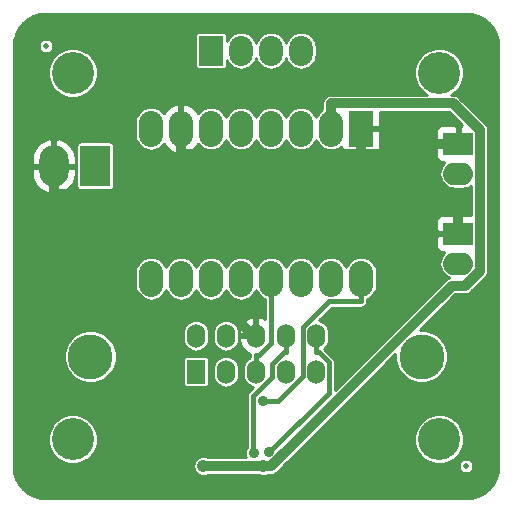
<source format=gtl>
%TF.GenerationSoftware,KiCad,Pcbnew,5.1.10*%
%TF.CreationDate,2021-11-03T12:23:44-04:00*%
%TF.ProjectId,stepper_driver,73746570-7065-4725-9f64-72697665722e,1.0*%
%TF.SameCoordinates,Original*%
%TF.FileFunction,Copper,L1,Top*%
%TF.FilePolarity,Positive*%
%FSLAX46Y46*%
G04 Gerber Fmt 4.6, Leading zero omitted, Abs format (unit mm)*
G04 Created by KiCad (PCBNEW 5.1.10) date 2021-11-03 12:23:44*
%MOMM*%
%LPD*%
G01*
G04 APERTURE LIST*
%TA.AperFunction,ComponentPad*%
%ADD10O,2.000000X2.540000*%
%TD*%
%TA.AperFunction,ComponentPad*%
%ADD11R,2.000000X2.540000*%
%TD*%
%TA.AperFunction,ComponentPad*%
%ADD12O,2.540000X1.905000*%
%TD*%
%TA.AperFunction,ComponentPad*%
%ADD13R,2.540000X1.905000*%
%TD*%
%TA.AperFunction,ComponentPad*%
%ADD14C,3.810000*%
%TD*%
%TA.AperFunction,ComponentPad*%
%ADD15O,1.524000X2.032000*%
%TD*%
%TA.AperFunction,ComponentPad*%
%ADD16R,1.524000X2.032000*%
%TD*%
%TA.AperFunction,SMDPad,CuDef*%
%ADD17C,0.500000*%
%TD*%
%TA.AperFunction,ComponentPad*%
%ADD18C,3.556000*%
%TD*%
%TA.AperFunction,ComponentPad*%
%ADD19O,2.032000X3.048000*%
%TD*%
%TA.AperFunction,ComponentPad*%
%ADD20R,2.032000X3.048000*%
%TD*%
%TA.AperFunction,ComponentPad*%
%ADD21O,2.500000X3.500000*%
%TD*%
%TA.AperFunction,ComponentPad*%
%ADD22R,2.500000X3.500000*%
%TD*%
%TA.AperFunction,ViaPad*%
%ADD23C,1.066800*%
%TD*%
%TA.AperFunction,ViaPad*%
%ADD24C,0.889000*%
%TD*%
%TA.AperFunction,Conductor*%
%ADD25C,0.812800*%
%TD*%
%TA.AperFunction,Conductor*%
%ADD26C,0.406400*%
%TD*%
%TA.AperFunction,Conductor*%
%ADD27C,0.254000*%
%TD*%
%TA.AperFunction,Conductor*%
%ADD28C,0.100000*%
%TD*%
G04 APERTURE END LIST*
D10*
%TO.P,T1,4*%
%TO.N,/A-*%
X143510000Y-71501000D03*
%TO.P,T1,3*%
%TO.N,/A+*%
X140970000Y-71501000D03*
%TO.P,T1,2*%
%TO.N,/B+*%
X138430000Y-71501000D03*
D11*
%TO.P,T1,1*%
%TO.N,/B-*%
X135890000Y-71501000D03*
%TD*%
D12*
%TO.P,T3,2*%
%TO.N,/REF*%
X156845000Y-81915000D03*
D13*
%TO.P,T3,1*%
%TO.N,/GND*%
X156845000Y-79375000D03*
%TD*%
D12*
%TO.P,T4,2*%
%TO.N,/REFR*%
X156845000Y-89535000D03*
D13*
%TO.P,T4,1*%
%TO.N,/GND*%
X156845000Y-86995000D03*
%TD*%
D14*
%TO.P,P1,*%
%TO.N,*%
X153733500Y-97409000D03*
X125666500Y-97409000D03*
D15*
%TO.P,P1,10*%
%TO.N,/REFR_B*%
X144780000Y-95631000D03*
%TO.P,P1,9*%
%TO.N,/REFR_A*%
X144780000Y-98679000D03*
%TO.P,P1,8*%
%TO.N,/REF_B*%
X142240000Y-95631000D03*
%TO.P,P1,7*%
%TO.N,/REF_A*%
X142240000Y-98679000D03*
%TO.P,P1,6*%
%TO.N,/GND*%
X139700000Y-95631000D03*
%TO.P,P1,5*%
%TO.N,/UART*%
X139700000Y-98679000D03*
%TO.P,P1,4*%
%TO.N,/DIR_B*%
X137160000Y-95631000D03*
%TO.P,P1,3*%
%TO.N,/DIR_A*%
X137160000Y-98679000D03*
%TO.P,P1,2*%
%TO.N,/STEP_B*%
X134620000Y-95631000D03*
D16*
%TO.P,P1,1*%
%TO.N,/STEP_A*%
X134620000Y-98679000D03*
%TD*%
D17*
%TO.P,FID1,~*%
%TO.N,N/C*%
X121920000Y-71120000D03*
%TD*%
%TO.P,FID3,~*%
%TO.N,N/C*%
X157480000Y-106680000D03*
%TD*%
D18*
%TO.P,MH1,1*%
%TO.N,N/C*%
X124181000Y-73380600D03*
%TD*%
%TO.P,MH2,1*%
%TO.N,N/C*%
X155219000Y-73380600D03*
%TD*%
%TO.P,MH3,1*%
%TO.N,N/C*%
X155219000Y-104419000D03*
%TD*%
%TO.P,MH4,1*%
%TO.N,N/C*%
X124181000Y-104419000D03*
%TD*%
D19*
%TO.P,SS1,9*%
%TO.N,/DIR*%
X148590000Y-90805000D03*
%TO.P,SS1,10*%
%TO.N,/STEP*%
X146050000Y-90805000D03*
%TO.P,SS1,11*%
%TO.N,N/C*%
X143510000Y-90805000D03*
%TO.P,SS1,12*%
%TO.N,/UART*%
X140970000Y-90805000D03*
%TO.P,SS1,13*%
%TO.N,N/C*%
X138430000Y-90805000D03*
%TO.P,SS1,14*%
X135890000Y-90805000D03*
%TO.P,SS1,15*%
X133350000Y-90805000D03*
%TO.P,SS1,16*%
X130810000Y-90805000D03*
%TO.P,SS1,8*%
%TO.N,/VCC*%
X130810000Y-78105000D03*
%TO.P,SS1,7*%
%TO.N,/GND*%
X133350000Y-78105000D03*
%TO.P,SS1,6*%
%TO.N,/B-*%
X135890000Y-78105000D03*
%TO.P,SS1,5*%
%TO.N,/B+*%
X138430000Y-78105000D03*
%TO.P,SS1,4*%
%TO.N,/A+*%
X140970000Y-78105000D03*
%TO.P,SS1,3*%
%TO.N,/A-*%
X143510000Y-78105000D03*
%TO.P,SS1,2*%
%TO.N,/VDD*%
X146050000Y-78105000D03*
D20*
%TO.P,SS1,1*%
%TO.N,/GND*%
X148590000Y-78105000D03*
%TD*%
D21*
%TO.P,T2,2*%
%TO.N,/GND*%
X122583000Y-81280000D03*
D22*
%TO.P,T2,1*%
%TO.N,/VAA*%
X126083000Y-81280000D03*
%TD*%
D23*
%TO.N,/GND*%
X132164100Y-94099500D03*
%TO.N,/VDD*%
X135255000Y-106683300D03*
X140335000Y-106683300D03*
D24*
%TO.N,/REF_B*%
X139537600Y-105581600D03*
%TO.N,/REFR_B*%
X140846600Y-105497000D03*
%TO.N,/DIR*%
X140279800Y-101178800D03*
%TD*%
D25*
%TO.N,/GND*%
X133350000Y-80292200D02*
X133350000Y-80238600D01*
X129245200Y-83670000D02*
X129972200Y-83670000D01*
X129972200Y-83670000D02*
X133350000Y-80292200D01*
X148590000Y-80238600D02*
X148536400Y-80292200D01*
X148536400Y-80292200D02*
X133350000Y-80292200D01*
X154101800Y-80238600D02*
X148590000Y-80238600D01*
X132164100Y-94099500D02*
X131432600Y-94099500D01*
X131432600Y-94099500D02*
X129245200Y-91912100D01*
X129245200Y-91912100D02*
X129245200Y-83670000D01*
X133350000Y-78105000D02*
X133350000Y-80238600D01*
X129245200Y-83670000D02*
X122613400Y-83670000D01*
X122613400Y-83670000D02*
X122583000Y-83639600D01*
X154101800Y-80238600D02*
X154965400Y-79375000D01*
X156845000Y-85432900D02*
X154101800Y-82689700D01*
X154101800Y-82689700D02*
X154101800Y-80238600D01*
X148590000Y-78105000D02*
X148590000Y-80238600D01*
X139700000Y-95885000D02*
X137914600Y-94099600D01*
X137914600Y-94099600D02*
X132164100Y-94099600D01*
X132164100Y-94099600D02*
X132164100Y-94099500D01*
X156845000Y-86995000D02*
X156845000Y-85432900D01*
X122583000Y-81280000D02*
X122583000Y-83639600D01*
X156845000Y-79375000D02*
X154965400Y-79375000D01*
%TO.N,/VDD*%
X140335000Y-106683300D02*
X141007800Y-106683300D01*
X141007800Y-106683300D02*
X156289600Y-91401500D01*
X156289600Y-91401500D02*
X157385600Y-91401500D01*
X157385600Y-91401500D02*
X158652400Y-90134700D01*
X158652400Y-90134700D02*
X158652400Y-78237900D01*
X158652400Y-78237900D02*
X156385900Y-75971400D01*
X156385900Y-75971400D02*
X146050000Y-75971400D01*
X135255000Y-106683300D02*
X140335000Y-106683300D01*
X146050000Y-78105000D02*
X146050000Y-75971400D01*
D26*
%TO.N,/UART*%
X139700000Y-98425000D02*
X139700000Y-97256600D01*
X140970000Y-90805000D02*
X140970000Y-96228600D01*
X140970000Y-96228600D02*
X139942000Y-97256600D01*
X139942000Y-97256600D02*
X139700000Y-97256600D01*
%TO.N,/REF_B*%
X142240000Y-95885000D02*
X142240000Y-97053400D01*
X142240000Y-97053400D02*
X142093800Y-97053400D01*
X142093800Y-97053400D02*
X141071600Y-98075600D01*
X141071600Y-98075600D02*
X141071600Y-99150200D01*
X141071600Y-99150200D02*
X139475400Y-100746400D01*
X139475400Y-100746400D02*
X139475400Y-105519400D01*
X139475400Y-105519400D02*
X139537600Y-105581600D01*
%TO.N,/REFR_B*%
X144780000Y-95885000D02*
X144780000Y-97053400D01*
X144780000Y-97053400D02*
X145038900Y-97053400D01*
X145038900Y-97053400D02*
X145881900Y-97896400D01*
X145881900Y-97896400D02*
X145881900Y-100461700D01*
X145881900Y-100461700D02*
X140846600Y-105497000D01*
%TO.N,/DIR*%
X148590000Y-90805000D02*
X148590000Y-92735400D01*
X148590000Y-92735400D02*
X145903900Y-92735400D01*
X145903900Y-92735400D02*
X143712800Y-94926500D01*
X143712800Y-94926500D02*
X143712800Y-99021900D01*
X143712800Y-99021900D02*
X141555900Y-101178800D01*
X141555900Y-101178800D02*
X140279800Y-101178800D01*
%TD*%
D27*
%TO.N,/GND*%
X158009947Y-68443593D02*
X158519699Y-68597497D01*
X158989854Y-68847483D01*
X159402503Y-69184030D01*
X159741920Y-69594317D01*
X159995184Y-70062717D01*
X160152641Y-70571384D01*
X160210500Y-71121863D01*
X160210501Y-106658247D01*
X160156407Y-107209942D01*
X160002503Y-107719700D01*
X159752517Y-108189854D01*
X159415970Y-108602503D01*
X159005683Y-108941920D01*
X158537288Y-109195182D01*
X158028616Y-109352642D01*
X157478137Y-109410500D01*
X121941743Y-109410500D01*
X121390058Y-109356407D01*
X120880300Y-109202503D01*
X120410146Y-108952517D01*
X119997497Y-108615970D01*
X119658080Y-108205683D01*
X119404818Y-107737288D01*
X119247358Y-107228616D01*
X119189500Y-106678137D01*
X119189500Y-104211360D01*
X122072800Y-104211360D01*
X122072800Y-104626640D01*
X122153817Y-105033939D01*
X122312737Y-105417607D01*
X122543454Y-105762899D01*
X122837101Y-106056546D01*
X123182393Y-106287263D01*
X123566061Y-106446183D01*
X123973360Y-106527200D01*
X124388640Y-106527200D01*
X124795939Y-106446183D01*
X125179607Y-106287263D01*
X125524899Y-106056546D01*
X125818546Y-105762899D01*
X126049263Y-105417607D01*
X126208183Y-105033939D01*
X126289200Y-104626640D01*
X126289200Y-104211360D01*
X126208183Y-103804061D01*
X126049263Y-103420393D01*
X125818546Y-103075101D01*
X125524899Y-102781454D01*
X125179607Y-102550737D01*
X124795939Y-102391817D01*
X124388640Y-102310800D01*
X123973360Y-102310800D01*
X123566061Y-102391817D01*
X123182393Y-102550737D01*
X122837101Y-102781454D01*
X122543454Y-103075101D01*
X122312737Y-103420393D01*
X122153817Y-103804061D01*
X122072800Y-104211360D01*
X119189500Y-104211360D01*
X119189500Y-97188852D01*
X123431300Y-97188852D01*
X123431300Y-97629148D01*
X123517198Y-98060984D01*
X123685692Y-98467764D01*
X123930307Y-98833857D01*
X124241643Y-99145193D01*
X124607736Y-99389808D01*
X125014516Y-99558302D01*
X125446352Y-99644200D01*
X125886648Y-99644200D01*
X126318484Y-99558302D01*
X126725264Y-99389808D01*
X127091357Y-99145193D01*
X127402693Y-98833857D01*
X127647308Y-98467764D01*
X127815802Y-98060984D01*
X127894966Y-97663000D01*
X133526203Y-97663000D01*
X133526203Y-99695000D01*
X133532578Y-99759730D01*
X133551460Y-99821973D01*
X133582121Y-99879337D01*
X133623384Y-99929616D01*
X133673663Y-99970879D01*
X133731027Y-100001540D01*
X133793270Y-100020422D01*
X133858000Y-100026797D01*
X135382000Y-100026797D01*
X135446730Y-100020422D01*
X135508973Y-100001540D01*
X135566337Y-99970879D01*
X135616616Y-99929616D01*
X135657879Y-99879337D01*
X135688540Y-99821973D01*
X135707422Y-99759730D01*
X135713797Y-99695000D01*
X135713797Y-98371351D01*
X136067800Y-98371351D01*
X136067800Y-98986648D01*
X136083604Y-99147108D01*
X136146057Y-99352988D01*
X136247475Y-99542729D01*
X136383962Y-99709038D01*
X136550271Y-99845525D01*
X136740011Y-99946943D01*
X136945891Y-100009396D01*
X137160000Y-100030484D01*
X137374108Y-100009396D01*
X137579988Y-99946943D01*
X137769729Y-99845525D01*
X137936038Y-99709038D01*
X138072525Y-99542729D01*
X138173943Y-99352989D01*
X138236396Y-99147109D01*
X138252200Y-98986649D01*
X138252200Y-98371352D01*
X138236396Y-98210892D01*
X138173943Y-98005012D01*
X138072525Y-97815271D01*
X137936038Y-97648962D01*
X137769729Y-97512475D01*
X137579989Y-97411057D01*
X137374109Y-97348604D01*
X137160000Y-97327516D01*
X136945892Y-97348604D01*
X136740012Y-97411057D01*
X136550272Y-97512475D01*
X136383963Y-97648962D01*
X136247476Y-97815271D01*
X136146057Y-98005011D01*
X136083604Y-98210891D01*
X136067800Y-98371351D01*
X135713797Y-98371351D01*
X135713797Y-97663000D01*
X135707422Y-97598270D01*
X135688540Y-97536027D01*
X135657879Y-97478663D01*
X135616616Y-97428384D01*
X135566337Y-97387121D01*
X135508973Y-97356460D01*
X135446730Y-97337578D01*
X135382000Y-97331203D01*
X133858000Y-97331203D01*
X133793270Y-97337578D01*
X133731027Y-97356460D01*
X133673663Y-97387121D01*
X133623384Y-97428384D01*
X133582121Y-97478663D01*
X133551460Y-97536027D01*
X133532578Y-97598270D01*
X133526203Y-97663000D01*
X127894966Y-97663000D01*
X127901700Y-97629148D01*
X127901700Y-97188852D01*
X127815802Y-96757016D01*
X127647308Y-96350236D01*
X127402693Y-95984143D01*
X127091357Y-95672807D01*
X126725264Y-95428192D01*
X126472156Y-95323351D01*
X133527800Y-95323351D01*
X133527800Y-95938648D01*
X133543604Y-96099108D01*
X133606057Y-96304988D01*
X133707475Y-96494729D01*
X133843962Y-96661038D01*
X134010271Y-96797525D01*
X134200011Y-96898943D01*
X134405891Y-96961396D01*
X134620000Y-96982484D01*
X134834108Y-96961396D01*
X135039988Y-96898943D01*
X135229729Y-96797525D01*
X135396038Y-96661038D01*
X135532525Y-96494729D01*
X135633943Y-96304989D01*
X135696396Y-96099109D01*
X135712200Y-95938649D01*
X135712200Y-95323352D01*
X135712200Y-95323351D01*
X136067800Y-95323351D01*
X136067800Y-95938648D01*
X136083604Y-96099108D01*
X136146057Y-96304988D01*
X136247475Y-96494729D01*
X136383962Y-96661038D01*
X136550271Y-96797525D01*
X136740011Y-96898943D01*
X136945891Y-96961396D01*
X137160000Y-96982484D01*
X137374108Y-96961396D01*
X137579988Y-96898943D01*
X137769729Y-96797525D01*
X137936038Y-96661038D01*
X138072525Y-96494729D01*
X138173943Y-96304989D01*
X138236396Y-96099109D01*
X138252200Y-95938649D01*
X138252200Y-95323352D01*
X138244976Y-95250000D01*
X138303000Y-95250000D01*
X138303000Y-95504000D01*
X139573000Y-95504000D01*
X139573000Y-94145280D01*
X139356930Y-94022780D01*
X139282724Y-94037738D01*
X139029465Y-94144878D01*
X138801974Y-94299368D01*
X138608994Y-94495271D01*
X138457941Y-94725058D01*
X138354619Y-94979899D01*
X138303000Y-95250000D01*
X138244976Y-95250000D01*
X138236396Y-95162892D01*
X138173943Y-94957012D01*
X138072525Y-94767271D01*
X137936038Y-94600962D01*
X137769729Y-94464475D01*
X137579989Y-94363057D01*
X137374109Y-94300604D01*
X137160000Y-94279516D01*
X136945892Y-94300604D01*
X136740012Y-94363057D01*
X136550272Y-94464475D01*
X136383963Y-94600962D01*
X136247476Y-94767271D01*
X136146057Y-94957011D01*
X136083604Y-95162891D01*
X136067800Y-95323351D01*
X135712200Y-95323351D01*
X135696396Y-95162892D01*
X135633943Y-94957012D01*
X135532525Y-94767271D01*
X135396038Y-94600962D01*
X135229729Y-94464475D01*
X135039989Y-94363057D01*
X134834109Y-94300604D01*
X134620000Y-94279516D01*
X134405892Y-94300604D01*
X134200012Y-94363057D01*
X134010272Y-94464475D01*
X133843963Y-94600962D01*
X133707476Y-94767271D01*
X133606057Y-94957011D01*
X133543604Y-95162891D01*
X133527800Y-95323351D01*
X126472156Y-95323351D01*
X126318484Y-95259698D01*
X125886648Y-95173800D01*
X125446352Y-95173800D01*
X125014516Y-95259698D01*
X124607736Y-95428192D01*
X124241643Y-95672807D01*
X123930307Y-95984143D01*
X123685692Y-96350236D01*
X123517198Y-96757016D01*
X123431300Y-97188852D01*
X119189500Y-97188852D01*
X119189500Y-90230872D01*
X129463800Y-90230872D01*
X129463800Y-91379127D01*
X129483279Y-91576900D01*
X129560256Y-91830660D01*
X129685260Y-92064526D01*
X129853487Y-92269512D01*
X130058473Y-92437740D01*
X130292339Y-92562744D01*
X130546099Y-92639721D01*
X130810000Y-92665713D01*
X131073900Y-92639721D01*
X131327660Y-92562744D01*
X131561526Y-92437740D01*
X131766512Y-92269513D01*
X131934740Y-92064527D01*
X132059744Y-91830661D01*
X132080000Y-91763885D01*
X132100256Y-91830660D01*
X132225260Y-92064526D01*
X132393487Y-92269512D01*
X132598473Y-92437740D01*
X132832339Y-92562744D01*
X133086099Y-92639721D01*
X133350000Y-92665713D01*
X133613900Y-92639721D01*
X133867660Y-92562744D01*
X134101526Y-92437740D01*
X134306512Y-92269513D01*
X134474740Y-92064527D01*
X134599744Y-91830661D01*
X134620000Y-91763885D01*
X134640256Y-91830660D01*
X134765260Y-92064526D01*
X134933487Y-92269512D01*
X135138473Y-92437740D01*
X135372339Y-92562744D01*
X135626099Y-92639721D01*
X135890000Y-92665713D01*
X136153900Y-92639721D01*
X136407660Y-92562744D01*
X136641526Y-92437740D01*
X136846512Y-92269513D01*
X137014740Y-92064527D01*
X137139744Y-91830661D01*
X137160000Y-91763885D01*
X137180256Y-91830660D01*
X137305260Y-92064526D01*
X137473487Y-92269512D01*
X137678473Y-92437740D01*
X137912339Y-92562744D01*
X138166099Y-92639721D01*
X138430000Y-92665713D01*
X138693900Y-92639721D01*
X138947660Y-92562744D01*
X139181526Y-92437740D01*
X139386512Y-92269513D01*
X139554740Y-92064527D01*
X139679744Y-91830661D01*
X139700000Y-91763885D01*
X139720256Y-91830660D01*
X139845260Y-92064526D01*
X140013487Y-92269512D01*
X140218473Y-92437740D01*
X140436600Y-92554332D01*
X140436601Y-94189743D01*
X140370535Y-94144878D01*
X140117276Y-94037738D01*
X140043070Y-94022780D01*
X139827000Y-94145280D01*
X139827000Y-95504000D01*
X139847000Y-95504000D01*
X139847000Y-95758000D01*
X139827000Y-95758000D01*
X139827000Y-95778000D01*
X139573000Y-95778000D01*
X139573000Y-95758000D01*
X138303000Y-95758000D01*
X138303000Y-96012000D01*
X138354619Y-96282101D01*
X138457941Y-96536942D01*
X138608994Y-96766729D01*
X138801974Y-96962632D01*
X139029465Y-97117122D01*
X139171826Y-97177347D01*
X139164020Y-97256600D01*
X139166601Y-97282804D01*
X139166601Y-97471676D01*
X139090272Y-97512475D01*
X138923963Y-97648962D01*
X138787476Y-97815271D01*
X138686057Y-98005011D01*
X138623604Y-98210891D01*
X138607800Y-98371351D01*
X138607800Y-98986648D01*
X138623604Y-99147108D01*
X138686057Y-99352988D01*
X138787475Y-99542729D01*
X138923962Y-99709038D01*
X139090271Y-99845525D01*
X139280011Y-99946943D01*
X139464540Y-100002919D01*
X139116755Y-100350704D01*
X139096405Y-100367405D01*
X139029749Y-100448625D01*
X138980219Y-100541290D01*
X138949719Y-100641836D01*
X138942000Y-100720206D01*
X138942000Y-100720213D01*
X138939421Y-100746400D01*
X138942000Y-100772587D01*
X138942001Y-105081609D01*
X138935852Y-105087758D01*
X138851070Y-105214642D01*
X138792672Y-105355628D01*
X138762900Y-105505299D01*
X138762900Y-105657901D01*
X138792672Y-105807572D01*
X138850300Y-105946700D01*
X135707040Y-105946700D01*
X135664068Y-105917987D01*
X135506903Y-105852887D01*
X135340057Y-105819700D01*
X135169943Y-105819700D01*
X135003097Y-105852887D01*
X134845932Y-105917987D01*
X134704487Y-106012498D01*
X134584198Y-106132787D01*
X134489687Y-106274232D01*
X134424587Y-106431397D01*
X134391400Y-106598243D01*
X134391400Y-106768357D01*
X134424587Y-106935203D01*
X134489687Y-107092368D01*
X134584198Y-107233813D01*
X134704487Y-107354102D01*
X134845932Y-107448613D01*
X135003097Y-107513713D01*
X135169943Y-107546900D01*
X135340057Y-107546900D01*
X135506903Y-107513713D01*
X135664068Y-107448613D01*
X135707040Y-107419900D01*
X139882960Y-107419900D01*
X139925932Y-107448613D01*
X140083097Y-107513713D01*
X140249943Y-107546900D01*
X140420057Y-107546900D01*
X140586903Y-107513713D01*
X140744068Y-107448613D01*
X140787040Y-107419900D01*
X140971617Y-107419900D01*
X141007800Y-107423464D01*
X141043983Y-107419900D01*
X141043986Y-107419900D01*
X141152199Y-107409242D01*
X141291049Y-107367122D01*
X141419013Y-107298724D01*
X141531175Y-107206675D01*
X141554246Y-107178563D01*
X142114563Y-106618246D01*
X156853000Y-106618246D01*
X156853000Y-106741754D01*
X156877095Y-106862889D01*
X156924360Y-106976996D01*
X156992977Y-107079689D01*
X157080311Y-107167023D01*
X157183004Y-107235640D01*
X157297111Y-107282905D01*
X157418246Y-107307000D01*
X157541754Y-107307000D01*
X157662889Y-107282905D01*
X157776996Y-107235640D01*
X157879689Y-107167023D01*
X157967023Y-107079689D01*
X158035640Y-106976996D01*
X158082905Y-106862889D01*
X158107000Y-106741754D01*
X158107000Y-106618246D01*
X158082905Y-106497111D01*
X158035640Y-106383004D01*
X157967023Y-106280311D01*
X157879689Y-106192977D01*
X157776996Y-106124360D01*
X157662889Y-106077095D01*
X157541754Y-106053000D01*
X157418246Y-106053000D01*
X157297111Y-106077095D01*
X157183004Y-106124360D01*
X157080311Y-106192977D01*
X156992977Y-106280311D01*
X156924360Y-106383004D01*
X156877095Y-106497111D01*
X156853000Y-106618246D01*
X142114563Y-106618246D01*
X144521449Y-104211360D01*
X153110800Y-104211360D01*
X153110800Y-104626640D01*
X153191817Y-105033939D01*
X153350737Y-105417607D01*
X153581454Y-105762899D01*
X153875101Y-106056546D01*
X154220393Y-106287263D01*
X154604061Y-106446183D01*
X155011360Y-106527200D01*
X155426640Y-106527200D01*
X155833939Y-106446183D01*
X156217607Y-106287263D01*
X156562899Y-106056546D01*
X156856546Y-105762899D01*
X157087263Y-105417607D01*
X157246183Y-105033939D01*
X157327200Y-104626640D01*
X157327200Y-104211360D01*
X157246183Y-103804061D01*
X157087263Y-103420393D01*
X156856546Y-103075101D01*
X156562899Y-102781454D01*
X156217607Y-102550737D01*
X155833939Y-102391817D01*
X155426640Y-102310800D01*
X155011360Y-102310800D01*
X154604061Y-102391817D01*
X154220393Y-102550737D01*
X153875101Y-102781454D01*
X153581454Y-103075101D01*
X153350737Y-103420393D01*
X153191817Y-103804061D01*
X153110800Y-104211360D01*
X144521449Y-104211360D01*
X151498300Y-97234510D01*
X151498300Y-97629148D01*
X151584198Y-98060984D01*
X151752692Y-98467764D01*
X151997307Y-98833857D01*
X152308643Y-99145193D01*
X152674736Y-99389808D01*
X153081516Y-99558302D01*
X153513352Y-99644200D01*
X153953648Y-99644200D01*
X154385484Y-99558302D01*
X154792264Y-99389808D01*
X155158357Y-99145193D01*
X155469693Y-98833857D01*
X155714308Y-98467764D01*
X155882802Y-98060984D01*
X155968700Y-97629148D01*
X155968700Y-97188852D01*
X155882802Y-96757016D01*
X155714308Y-96350236D01*
X155469693Y-95984143D01*
X155158357Y-95672807D01*
X154792264Y-95428192D01*
X154385484Y-95259698D01*
X153953648Y-95173800D01*
X153559010Y-95173800D01*
X156594710Y-92138100D01*
X157349417Y-92138100D01*
X157385600Y-92141664D01*
X157421783Y-92138100D01*
X157421786Y-92138100D01*
X157529999Y-92127442D01*
X157668849Y-92085322D01*
X157796813Y-92016924D01*
X157908975Y-91924875D01*
X157932045Y-91896764D01*
X159147673Y-90681137D01*
X159175774Y-90658075D01*
X159198837Y-90629973D01*
X159198842Y-90629968D01*
X159267824Y-90545913D01*
X159288503Y-90507225D01*
X159336222Y-90417949D01*
X159378342Y-90279099D01*
X159389000Y-90170886D01*
X159389000Y-90170885D01*
X159392564Y-90134700D01*
X159389000Y-90098514D01*
X159389000Y-78274075D01*
X159392563Y-78237899D01*
X159389000Y-78201723D01*
X159389000Y-78201714D01*
X159378342Y-78093501D01*
X159336222Y-77954651D01*
X159267824Y-77826687D01*
X159175775Y-77714525D01*
X159147669Y-77691459D01*
X156932346Y-75476136D01*
X156909275Y-75448025D01*
X156797113Y-75355976D01*
X156669149Y-75287578D01*
X156530299Y-75245458D01*
X156422086Y-75234800D01*
X156422083Y-75234800D01*
X156385900Y-75231236D01*
X156349717Y-75234800D01*
X156238654Y-75234800D01*
X156562899Y-75018146D01*
X156856546Y-74724499D01*
X157087263Y-74379207D01*
X157246183Y-73995539D01*
X157327200Y-73588240D01*
X157327200Y-73172960D01*
X157246183Y-72765661D01*
X157087263Y-72381993D01*
X156856546Y-72036701D01*
X156562899Y-71743054D01*
X156217607Y-71512337D01*
X155833939Y-71353417D01*
X155426640Y-71272400D01*
X155011360Y-71272400D01*
X154604061Y-71353417D01*
X154220393Y-71512337D01*
X153875101Y-71743054D01*
X153581454Y-72036701D01*
X153350737Y-72381993D01*
X153191817Y-72765661D01*
X153110800Y-73172960D01*
X153110800Y-73588240D01*
X153191817Y-73995539D01*
X153350737Y-74379207D01*
X153581454Y-74724499D01*
X153875101Y-75018146D01*
X154199346Y-75234800D01*
X146086186Y-75234800D01*
X146050000Y-75231236D01*
X146013814Y-75234800D01*
X145905601Y-75245458D01*
X145766751Y-75287578D01*
X145638787Y-75355976D01*
X145526625Y-75448025D01*
X145434576Y-75560187D01*
X145366178Y-75688151D01*
X145324058Y-75827001D01*
X145309836Y-75971400D01*
X145313401Y-76007596D01*
X145313401Y-76464281D01*
X145298474Y-76472260D01*
X145093488Y-76640487D01*
X144925260Y-76845473D01*
X144800256Y-77079339D01*
X144780000Y-77146114D01*
X144759744Y-77079339D01*
X144634740Y-76845473D01*
X144466513Y-76640487D01*
X144261527Y-76472260D01*
X144027661Y-76347256D01*
X143773901Y-76270279D01*
X143510000Y-76244287D01*
X143246100Y-76270279D01*
X142992340Y-76347256D01*
X142758474Y-76472260D01*
X142553488Y-76640487D01*
X142385260Y-76845473D01*
X142260256Y-77079339D01*
X142240000Y-77146114D01*
X142219744Y-77079339D01*
X142094740Y-76845473D01*
X141926513Y-76640487D01*
X141721527Y-76472260D01*
X141487661Y-76347256D01*
X141233901Y-76270279D01*
X140970000Y-76244287D01*
X140706100Y-76270279D01*
X140452340Y-76347256D01*
X140218474Y-76472260D01*
X140013488Y-76640487D01*
X139845260Y-76845473D01*
X139720256Y-77079339D01*
X139700000Y-77146114D01*
X139679744Y-77079339D01*
X139554740Y-76845473D01*
X139386513Y-76640487D01*
X139181527Y-76472260D01*
X138947661Y-76347256D01*
X138693901Y-76270279D01*
X138430000Y-76244287D01*
X138166100Y-76270279D01*
X137912340Y-76347256D01*
X137678474Y-76472260D01*
X137473488Y-76640487D01*
X137305260Y-76845473D01*
X137180256Y-77079339D01*
X137160000Y-77146114D01*
X137139744Y-77079339D01*
X137014740Y-76845473D01*
X136846513Y-76640487D01*
X136641527Y-76472260D01*
X136407661Y-76347256D01*
X136153901Y-76270279D01*
X135890000Y-76244287D01*
X135626100Y-76270279D01*
X135372340Y-76347256D01*
X135138474Y-76472260D01*
X134933488Y-76640487D01*
X134798994Y-76804369D01*
X134652199Y-76574157D01*
X134427631Y-76339764D01*
X134161650Y-76153686D01*
X133864478Y-76023074D01*
X133732944Y-75991025D01*
X133477000Y-76110164D01*
X133477000Y-77978000D01*
X133497000Y-77978000D01*
X133497000Y-78232000D01*
X133477000Y-78232000D01*
X133477000Y-80099836D01*
X133732944Y-80218975D01*
X133864478Y-80186926D01*
X134161650Y-80056314D01*
X134427631Y-79870236D01*
X134652199Y-79635843D01*
X134798994Y-79405631D01*
X134933487Y-79569512D01*
X135138473Y-79737740D01*
X135372339Y-79862744D01*
X135626099Y-79939721D01*
X135890000Y-79965713D01*
X136153900Y-79939721D01*
X136407660Y-79862744D01*
X136641526Y-79737740D01*
X136846512Y-79569513D01*
X137014740Y-79364527D01*
X137139744Y-79130661D01*
X137160000Y-79063885D01*
X137180256Y-79130660D01*
X137305260Y-79364526D01*
X137473487Y-79569512D01*
X137678473Y-79737740D01*
X137912339Y-79862744D01*
X138166099Y-79939721D01*
X138430000Y-79965713D01*
X138693900Y-79939721D01*
X138947660Y-79862744D01*
X139181526Y-79737740D01*
X139386512Y-79569513D01*
X139554740Y-79364527D01*
X139679744Y-79130661D01*
X139700000Y-79063885D01*
X139720256Y-79130660D01*
X139845260Y-79364526D01*
X140013487Y-79569512D01*
X140218473Y-79737740D01*
X140452339Y-79862744D01*
X140706099Y-79939721D01*
X140970000Y-79965713D01*
X141233900Y-79939721D01*
X141487660Y-79862744D01*
X141721526Y-79737740D01*
X141926512Y-79569513D01*
X142094740Y-79364527D01*
X142219744Y-79130661D01*
X142240000Y-79063885D01*
X142260256Y-79130660D01*
X142385260Y-79364526D01*
X142553487Y-79569512D01*
X142758473Y-79737740D01*
X142992339Y-79862744D01*
X143246099Y-79939721D01*
X143510000Y-79965713D01*
X143773900Y-79939721D01*
X144027660Y-79862744D01*
X144261526Y-79737740D01*
X144466512Y-79569513D01*
X144634740Y-79364527D01*
X144759744Y-79130661D01*
X144780000Y-79063885D01*
X144800256Y-79130660D01*
X144925260Y-79364526D01*
X145093487Y-79569512D01*
X145298473Y-79737740D01*
X145532339Y-79862744D01*
X145786099Y-79939721D01*
X146050000Y-79965713D01*
X146313900Y-79939721D01*
X146567660Y-79862744D01*
X146801526Y-79737740D01*
X146935932Y-79627436D01*
X146935928Y-79629000D01*
X146948188Y-79753482D01*
X146984498Y-79873180D01*
X147043463Y-79983494D01*
X147122815Y-80080185D01*
X147219506Y-80159537D01*
X147329820Y-80218502D01*
X147449518Y-80254812D01*
X147574000Y-80267072D01*
X148304250Y-80264000D01*
X148463000Y-80105250D01*
X148463000Y-78232000D01*
X148717000Y-78232000D01*
X148717000Y-80105250D01*
X148875750Y-80264000D01*
X149606000Y-80267072D01*
X149730482Y-80254812D01*
X149850180Y-80218502D01*
X149960494Y-80159537D01*
X150057185Y-80080185D01*
X150136537Y-79983494D01*
X150195502Y-79873180D01*
X150231812Y-79753482D01*
X150244072Y-79629000D01*
X150241079Y-78422500D01*
X154936928Y-78422500D01*
X154940000Y-79089250D01*
X155098750Y-79248000D01*
X156718000Y-79248000D01*
X156718000Y-77946250D01*
X156559250Y-77787500D01*
X155575000Y-77784428D01*
X155450518Y-77796688D01*
X155330820Y-77832998D01*
X155220506Y-77891963D01*
X155123815Y-77971315D01*
X155044463Y-78068006D01*
X154985498Y-78178320D01*
X154949188Y-78298018D01*
X154936928Y-78422500D01*
X150241079Y-78422500D01*
X150241000Y-78390750D01*
X150082250Y-78232000D01*
X148717000Y-78232000D01*
X148463000Y-78232000D01*
X148443000Y-78232000D01*
X148443000Y-77978000D01*
X148463000Y-77978000D01*
X148463000Y-77958000D01*
X148717000Y-77958000D01*
X148717000Y-77978000D01*
X150082250Y-77978000D01*
X150241000Y-77819250D01*
X150243757Y-76708000D01*
X156080791Y-76708000D01*
X157160199Y-77787408D01*
X157130750Y-77787500D01*
X156972000Y-77946250D01*
X156972000Y-79248000D01*
X156992000Y-79248000D01*
X156992000Y-79502000D01*
X156972000Y-79502000D01*
X156972000Y-79522000D01*
X156718000Y-79522000D01*
X156718000Y-79502000D01*
X155098750Y-79502000D01*
X154940000Y-79660750D01*
X154936928Y-80327500D01*
X154949188Y-80451982D01*
X154985498Y-80571680D01*
X155044463Y-80681994D01*
X155123815Y-80778685D01*
X155220506Y-80858037D01*
X155330820Y-80917002D01*
X155450518Y-80953312D01*
X155575000Y-80965572D01*
X155662784Y-80965298D01*
X155616106Y-81003606D01*
X155455814Y-81198922D01*
X155336706Y-81421757D01*
X155263360Y-81663547D01*
X155238594Y-81915000D01*
X155263360Y-82166453D01*
X155336706Y-82408243D01*
X155455814Y-82631078D01*
X155616106Y-82826394D01*
X155811422Y-82986686D01*
X156034257Y-83105794D01*
X156276047Y-83179140D01*
X156464490Y-83197700D01*
X157225510Y-83197700D01*
X157413953Y-83179140D01*
X157655743Y-83105794D01*
X157878578Y-82986686D01*
X157915801Y-82956138D01*
X157915800Y-85405050D01*
X157130750Y-85407500D01*
X156972000Y-85566250D01*
X156972000Y-86868000D01*
X156992000Y-86868000D01*
X156992000Y-87122000D01*
X156972000Y-87122000D01*
X156972000Y-87142000D01*
X156718000Y-87142000D01*
X156718000Y-87122000D01*
X155098750Y-87122000D01*
X154940000Y-87280750D01*
X154936928Y-87947500D01*
X154949188Y-88071982D01*
X154985498Y-88191680D01*
X155044463Y-88301994D01*
X155123815Y-88398685D01*
X155220506Y-88478037D01*
X155330820Y-88537002D01*
X155450518Y-88573312D01*
X155575000Y-88585572D01*
X155662784Y-88585298D01*
X155616106Y-88623606D01*
X155455814Y-88818922D01*
X155336706Y-89041757D01*
X155263360Y-89283547D01*
X155238594Y-89535000D01*
X155263360Y-89786453D01*
X155336706Y-90028243D01*
X155455814Y-90251078D01*
X155616106Y-90446394D01*
X155811422Y-90606686D01*
X156014467Y-90715216D01*
X156006351Y-90717678D01*
X155878387Y-90786076D01*
X155766225Y-90878125D01*
X155743159Y-90906231D01*
X146415300Y-100234091D01*
X146415300Y-97922586D01*
X146417879Y-97896399D01*
X146415300Y-97870212D01*
X146415300Y-97870205D01*
X146407581Y-97791835D01*
X146377081Y-97691289D01*
X146327551Y-97598625D01*
X146260895Y-97517405D01*
X146240551Y-97500709D01*
X145470818Y-96730977D01*
X145556038Y-96661038D01*
X145692525Y-96494729D01*
X145793943Y-96304989D01*
X145856396Y-96099109D01*
X145872200Y-95938649D01*
X145872200Y-95323352D01*
X145856396Y-95162892D01*
X145793943Y-94957012D01*
X145692525Y-94767271D01*
X145556038Y-94600962D01*
X145389729Y-94464475D01*
X145199989Y-94363057D01*
X145070012Y-94323629D01*
X146124842Y-93268800D01*
X148563806Y-93268800D01*
X148590000Y-93271380D01*
X148694565Y-93261081D01*
X148795111Y-93230581D01*
X148887775Y-93181051D01*
X148968995Y-93114395D01*
X149035651Y-93033175D01*
X149085181Y-92940511D01*
X149115681Y-92839965D01*
X149123400Y-92761595D01*
X149125980Y-92735400D01*
X149123400Y-92709205D01*
X149123400Y-92554331D01*
X149341526Y-92437740D01*
X149546512Y-92269513D01*
X149714740Y-92064527D01*
X149839744Y-91830661D01*
X149916721Y-91576901D01*
X149936200Y-91379128D01*
X149936200Y-90230872D01*
X149916721Y-90033099D01*
X149839744Y-89779339D01*
X149714740Y-89545473D01*
X149546513Y-89340487D01*
X149341527Y-89172260D01*
X149107661Y-89047256D01*
X148853901Y-88970279D01*
X148590000Y-88944287D01*
X148326100Y-88970279D01*
X148072340Y-89047256D01*
X147838474Y-89172260D01*
X147633488Y-89340487D01*
X147465260Y-89545473D01*
X147340256Y-89779339D01*
X147320000Y-89846114D01*
X147299744Y-89779339D01*
X147174740Y-89545473D01*
X147006513Y-89340487D01*
X146801527Y-89172260D01*
X146567661Y-89047256D01*
X146313901Y-88970279D01*
X146050000Y-88944287D01*
X145786100Y-88970279D01*
X145532340Y-89047256D01*
X145298474Y-89172260D01*
X145093488Y-89340487D01*
X144925260Y-89545473D01*
X144800256Y-89779339D01*
X144780000Y-89846114D01*
X144759744Y-89779339D01*
X144634740Y-89545473D01*
X144466513Y-89340487D01*
X144261527Y-89172260D01*
X144027661Y-89047256D01*
X143773901Y-88970279D01*
X143510000Y-88944287D01*
X143246100Y-88970279D01*
X142992340Y-89047256D01*
X142758474Y-89172260D01*
X142553488Y-89340487D01*
X142385260Y-89545473D01*
X142260256Y-89779339D01*
X142240000Y-89846114D01*
X142219744Y-89779339D01*
X142094740Y-89545473D01*
X141926513Y-89340487D01*
X141721527Y-89172260D01*
X141487661Y-89047256D01*
X141233901Y-88970279D01*
X140970000Y-88944287D01*
X140706100Y-88970279D01*
X140452340Y-89047256D01*
X140218474Y-89172260D01*
X140013488Y-89340487D01*
X139845260Y-89545473D01*
X139720256Y-89779339D01*
X139700000Y-89846114D01*
X139679744Y-89779339D01*
X139554740Y-89545473D01*
X139386513Y-89340487D01*
X139181527Y-89172260D01*
X138947661Y-89047256D01*
X138693901Y-88970279D01*
X138430000Y-88944287D01*
X138166100Y-88970279D01*
X137912340Y-89047256D01*
X137678474Y-89172260D01*
X137473488Y-89340487D01*
X137305260Y-89545473D01*
X137180256Y-89779339D01*
X137160000Y-89846114D01*
X137139744Y-89779339D01*
X137014740Y-89545473D01*
X136846513Y-89340487D01*
X136641527Y-89172260D01*
X136407661Y-89047256D01*
X136153901Y-88970279D01*
X135890000Y-88944287D01*
X135626100Y-88970279D01*
X135372340Y-89047256D01*
X135138474Y-89172260D01*
X134933488Y-89340487D01*
X134765260Y-89545473D01*
X134640256Y-89779339D01*
X134620000Y-89846114D01*
X134599744Y-89779339D01*
X134474740Y-89545473D01*
X134306513Y-89340487D01*
X134101527Y-89172260D01*
X133867661Y-89047256D01*
X133613901Y-88970279D01*
X133350000Y-88944287D01*
X133086100Y-88970279D01*
X132832340Y-89047256D01*
X132598474Y-89172260D01*
X132393488Y-89340487D01*
X132225260Y-89545473D01*
X132100256Y-89779339D01*
X132080000Y-89846114D01*
X132059744Y-89779339D01*
X131934740Y-89545473D01*
X131766513Y-89340487D01*
X131561527Y-89172260D01*
X131327661Y-89047256D01*
X131073901Y-88970279D01*
X130810000Y-88944287D01*
X130546100Y-88970279D01*
X130292340Y-89047256D01*
X130058474Y-89172260D01*
X129853488Y-89340487D01*
X129685260Y-89545473D01*
X129560256Y-89779339D01*
X129483279Y-90033099D01*
X129463800Y-90230872D01*
X119189500Y-90230872D01*
X119189500Y-86042500D01*
X154936928Y-86042500D01*
X154940000Y-86709250D01*
X155098750Y-86868000D01*
X156718000Y-86868000D01*
X156718000Y-85566250D01*
X156559250Y-85407500D01*
X155575000Y-85404428D01*
X155450518Y-85416688D01*
X155330820Y-85452998D01*
X155220506Y-85511963D01*
X155123815Y-85591315D01*
X155044463Y-85688006D01*
X154985498Y-85798320D01*
X154949188Y-85918018D01*
X154936928Y-86042500D01*
X119189500Y-86042500D01*
X119189500Y-81407000D01*
X120698000Y-81407000D01*
X120698000Y-81907000D01*
X120758996Y-82272305D01*
X120890088Y-82618691D01*
X121086237Y-82932847D01*
X121339906Y-83202699D01*
X121641347Y-83417878D01*
X121978975Y-83570114D01*
X122163355Y-83617695D01*
X122456000Y-83501572D01*
X122456000Y-81407000D01*
X122710000Y-81407000D01*
X122710000Y-83501572D01*
X123002645Y-83617695D01*
X123187025Y-83570114D01*
X123524653Y-83417878D01*
X123826094Y-83202699D01*
X124079763Y-82932847D01*
X124275912Y-82618691D01*
X124407004Y-82272305D01*
X124468000Y-81907000D01*
X124468000Y-81407000D01*
X122710000Y-81407000D01*
X122456000Y-81407000D01*
X120698000Y-81407000D01*
X119189500Y-81407000D01*
X119189500Y-80653000D01*
X120698000Y-80653000D01*
X120698000Y-81153000D01*
X122456000Y-81153000D01*
X122456000Y-79058428D01*
X122710000Y-79058428D01*
X122710000Y-81153000D01*
X124468000Y-81153000D01*
X124468000Y-80653000D01*
X124407004Y-80287695D01*
X124275912Y-79941309D01*
X124079763Y-79627153D01*
X123988437Y-79530000D01*
X124501203Y-79530000D01*
X124501203Y-83030000D01*
X124507578Y-83094730D01*
X124526460Y-83156973D01*
X124557121Y-83214337D01*
X124598384Y-83264616D01*
X124648663Y-83305879D01*
X124706027Y-83336540D01*
X124768270Y-83355422D01*
X124833000Y-83361797D01*
X127333000Y-83361797D01*
X127397730Y-83355422D01*
X127459973Y-83336540D01*
X127517337Y-83305879D01*
X127567616Y-83264616D01*
X127608879Y-83214337D01*
X127639540Y-83156973D01*
X127658422Y-83094730D01*
X127664797Y-83030000D01*
X127664797Y-79530000D01*
X127658422Y-79465270D01*
X127639540Y-79403027D01*
X127608879Y-79345663D01*
X127567616Y-79295384D01*
X127517337Y-79254121D01*
X127459973Y-79223460D01*
X127397730Y-79204578D01*
X127333000Y-79198203D01*
X124833000Y-79198203D01*
X124768270Y-79204578D01*
X124706027Y-79223460D01*
X124648663Y-79254121D01*
X124598384Y-79295384D01*
X124557121Y-79345663D01*
X124526460Y-79403027D01*
X124507578Y-79465270D01*
X124501203Y-79530000D01*
X123988437Y-79530000D01*
X123826094Y-79357301D01*
X123524653Y-79142122D01*
X123187025Y-78989886D01*
X123002645Y-78942305D01*
X122710000Y-79058428D01*
X122456000Y-79058428D01*
X122163355Y-78942305D01*
X121978975Y-78989886D01*
X121641347Y-79142122D01*
X121339906Y-79357301D01*
X121086237Y-79627153D01*
X120890088Y-79941309D01*
X120758996Y-80287695D01*
X120698000Y-80653000D01*
X119189500Y-80653000D01*
X119189500Y-77530872D01*
X129463800Y-77530872D01*
X129463800Y-78679127D01*
X129483279Y-78876900D01*
X129560256Y-79130660D01*
X129685260Y-79364526D01*
X129853487Y-79569512D01*
X130058473Y-79737740D01*
X130292339Y-79862744D01*
X130546099Y-79939721D01*
X130810000Y-79965713D01*
X131073900Y-79939721D01*
X131327660Y-79862744D01*
X131561526Y-79737740D01*
X131766512Y-79569513D01*
X131901006Y-79405631D01*
X132047801Y-79635843D01*
X132272369Y-79870236D01*
X132538350Y-80056314D01*
X132835522Y-80186926D01*
X132967056Y-80218975D01*
X133223000Y-80099836D01*
X133223000Y-78232000D01*
X133203000Y-78232000D01*
X133203000Y-77978000D01*
X133223000Y-77978000D01*
X133223000Y-76110164D01*
X132967056Y-75991025D01*
X132835522Y-76023074D01*
X132538350Y-76153686D01*
X132272369Y-76339764D01*
X132047801Y-76574157D01*
X131901007Y-76804368D01*
X131766513Y-76640487D01*
X131561527Y-76472260D01*
X131327661Y-76347256D01*
X131073901Y-76270279D01*
X130810000Y-76244287D01*
X130546100Y-76270279D01*
X130292340Y-76347256D01*
X130058474Y-76472260D01*
X129853488Y-76640487D01*
X129685260Y-76845473D01*
X129560256Y-77079339D01*
X129483279Y-77333099D01*
X129463800Y-77530872D01*
X119189500Y-77530872D01*
X119189500Y-73172960D01*
X122072800Y-73172960D01*
X122072800Y-73588240D01*
X122153817Y-73995539D01*
X122312737Y-74379207D01*
X122543454Y-74724499D01*
X122837101Y-75018146D01*
X123182393Y-75248863D01*
X123566061Y-75407783D01*
X123973360Y-75488800D01*
X124388640Y-75488800D01*
X124795939Y-75407783D01*
X125179607Y-75248863D01*
X125524899Y-75018146D01*
X125818546Y-74724499D01*
X126049263Y-74379207D01*
X126208183Y-73995539D01*
X126289200Y-73588240D01*
X126289200Y-73172960D01*
X126208183Y-72765661D01*
X126049263Y-72381993D01*
X125818546Y-72036701D01*
X125524899Y-71743054D01*
X125179607Y-71512337D01*
X124795939Y-71353417D01*
X124388640Y-71272400D01*
X123973360Y-71272400D01*
X123566061Y-71353417D01*
X123182393Y-71512337D01*
X122837101Y-71743054D01*
X122543454Y-72036701D01*
X122312737Y-72381993D01*
X122153817Y-72765661D01*
X122072800Y-73172960D01*
X119189500Y-73172960D01*
X119189500Y-71141743D01*
X119197686Y-71058246D01*
X121293000Y-71058246D01*
X121293000Y-71181754D01*
X121317095Y-71302889D01*
X121364360Y-71416996D01*
X121432977Y-71519689D01*
X121520311Y-71607023D01*
X121623004Y-71675640D01*
X121737111Y-71722905D01*
X121858246Y-71747000D01*
X121981754Y-71747000D01*
X122102889Y-71722905D01*
X122216996Y-71675640D01*
X122319689Y-71607023D01*
X122407023Y-71519689D01*
X122475640Y-71416996D01*
X122522905Y-71302889D01*
X122547000Y-71181754D01*
X122547000Y-71058246D01*
X122522905Y-70937111D01*
X122475640Y-70823004D01*
X122407023Y-70720311D01*
X122319689Y-70632977D01*
X122216996Y-70564360D01*
X122102889Y-70517095D01*
X121981754Y-70493000D01*
X121858246Y-70493000D01*
X121737111Y-70517095D01*
X121623004Y-70564360D01*
X121520311Y-70632977D01*
X121432977Y-70720311D01*
X121364360Y-70823004D01*
X121317095Y-70937111D01*
X121293000Y-71058246D01*
X119197686Y-71058246D01*
X119243593Y-70590053D01*
X119351998Y-70231000D01*
X134558203Y-70231000D01*
X134558203Y-72771000D01*
X134564578Y-72835730D01*
X134583460Y-72897973D01*
X134614121Y-72955337D01*
X134655384Y-73005616D01*
X134705663Y-73046879D01*
X134763027Y-73077540D01*
X134825270Y-73096422D01*
X134890000Y-73102797D01*
X136890000Y-73102797D01*
X136954730Y-73096422D01*
X137016973Y-73077540D01*
X137074337Y-73046879D01*
X137124616Y-73005616D01*
X137165879Y-72955337D01*
X137196540Y-72897973D01*
X137215422Y-72835730D01*
X137221797Y-72771000D01*
X137221797Y-72332438D01*
X137318628Y-72513595D01*
X137484857Y-72716144D01*
X137687406Y-72882372D01*
X137918493Y-73005891D01*
X138169236Y-73081953D01*
X138430000Y-73107636D01*
X138690765Y-73081953D01*
X138941508Y-73005891D01*
X139172595Y-72882372D01*
X139375144Y-72716144D01*
X139541372Y-72513595D01*
X139664891Y-72282508D01*
X139700000Y-72166769D01*
X139735109Y-72282508D01*
X139858628Y-72513595D01*
X140024857Y-72716144D01*
X140227406Y-72882372D01*
X140458493Y-73005891D01*
X140709236Y-73081953D01*
X140970000Y-73107636D01*
X141230765Y-73081953D01*
X141481508Y-73005891D01*
X141712595Y-72882372D01*
X141915144Y-72716144D01*
X142081372Y-72513595D01*
X142204891Y-72282508D01*
X142240000Y-72166769D01*
X142275109Y-72282508D01*
X142398628Y-72513595D01*
X142564857Y-72716144D01*
X142767406Y-72882372D01*
X142998493Y-73005891D01*
X143249236Y-73081953D01*
X143510000Y-73107636D01*
X143770765Y-73081953D01*
X144021508Y-73005891D01*
X144252595Y-72882372D01*
X144455144Y-72716144D01*
X144621372Y-72513595D01*
X144744891Y-72282508D01*
X144820953Y-72031764D01*
X144840200Y-71836345D01*
X144840200Y-71165654D01*
X144820953Y-70970235D01*
X144744891Y-70719492D01*
X144621372Y-70488405D01*
X144455144Y-70285856D01*
X144252594Y-70119628D01*
X144021507Y-69996109D01*
X143770764Y-69920047D01*
X143510000Y-69894364D01*
X143249235Y-69920047D01*
X142998492Y-69996109D01*
X142767405Y-70119628D01*
X142564856Y-70285856D01*
X142398628Y-70488406D01*
X142275109Y-70719493D01*
X142240000Y-70835231D01*
X142204891Y-70719492D01*
X142081372Y-70488405D01*
X141915144Y-70285856D01*
X141712594Y-70119628D01*
X141481507Y-69996109D01*
X141230764Y-69920047D01*
X140970000Y-69894364D01*
X140709235Y-69920047D01*
X140458492Y-69996109D01*
X140227405Y-70119628D01*
X140024856Y-70285856D01*
X139858628Y-70488406D01*
X139735109Y-70719493D01*
X139700000Y-70835231D01*
X139664891Y-70719492D01*
X139541372Y-70488405D01*
X139375144Y-70285856D01*
X139172594Y-70119628D01*
X138941507Y-69996109D01*
X138690764Y-69920047D01*
X138430000Y-69894364D01*
X138169235Y-69920047D01*
X137918492Y-69996109D01*
X137687405Y-70119628D01*
X137484856Y-70285856D01*
X137318628Y-70488406D01*
X137221797Y-70669563D01*
X137221797Y-70231000D01*
X137215422Y-70166270D01*
X137196540Y-70104027D01*
X137165879Y-70046663D01*
X137124616Y-69996384D01*
X137074337Y-69955121D01*
X137016973Y-69924460D01*
X136954730Y-69905578D01*
X136890000Y-69899203D01*
X134890000Y-69899203D01*
X134825270Y-69905578D01*
X134763027Y-69924460D01*
X134705663Y-69955121D01*
X134655384Y-69996384D01*
X134614121Y-70046663D01*
X134583460Y-70104027D01*
X134564578Y-70166270D01*
X134558203Y-70231000D01*
X119351998Y-70231000D01*
X119397497Y-70080301D01*
X119647483Y-69610146D01*
X119984030Y-69197497D01*
X120394317Y-68858080D01*
X120862717Y-68604816D01*
X121371384Y-68447359D01*
X121921863Y-68389500D01*
X157458257Y-68389500D01*
X158009947Y-68443593D01*
%TA.AperFunction,Conductor*%
D28*
G36*
X158009947Y-68443593D02*
G01*
X158519699Y-68597497D01*
X158989854Y-68847483D01*
X159402503Y-69184030D01*
X159741920Y-69594317D01*
X159995184Y-70062717D01*
X160152641Y-70571384D01*
X160210500Y-71121863D01*
X160210501Y-106658247D01*
X160156407Y-107209942D01*
X160002503Y-107719700D01*
X159752517Y-108189854D01*
X159415970Y-108602503D01*
X159005683Y-108941920D01*
X158537288Y-109195182D01*
X158028616Y-109352642D01*
X157478137Y-109410500D01*
X121941743Y-109410500D01*
X121390058Y-109356407D01*
X120880300Y-109202503D01*
X120410146Y-108952517D01*
X119997497Y-108615970D01*
X119658080Y-108205683D01*
X119404818Y-107737288D01*
X119247358Y-107228616D01*
X119189500Y-106678137D01*
X119189500Y-104211360D01*
X122072800Y-104211360D01*
X122072800Y-104626640D01*
X122153817Y-105033939D01*
X122312737Y-105417607D01*
X122543454Y-105762899D01*
X122837101Y-106056546D01*
X123182393Y-106287263D01*
X123566061Y-106446183D01*
X123973360Y-106527200D01*
X124388640Y-106527200D01*
X124795939Y-106446183D01*
X125179607Y-106287263D01*
X125524899Y-106056546D01*
X125818546Y-105762899D01*
X126049263Y-105417607D01*
X126208183Y-105033939D01*
X126289200Y-104626640D01*
X126289200Y-104211360D01*
X126208183Y-103804061D01*
X126049263Y-103420393D01*
X125818546Y-103075101D01*
X125524899Y-102781454D01*
X125179607Y-102550737D01*
X124795939Y-102391817D01*
X124388640Y-102310800D01*
X123973360Y-102310800D01*
X123566061Y-102391817D01*
X123182393Y-102550737D01*
X122837101Y-102781454D01*
X122543454Y-103075101D01*
X122312737Y-103420393D01*
X122153817Y-103804061D01*
X122072800Y-104211360D01*
X119189500Y-104211360D01*
X119189500Y-97188852D01*
X123431300Y-97188852D01*
X123431300Y-97629148D01*
X123517198Y-98060984D01*
X123685692Y-98467764D01*
X123930307Y-98833857D01*
X124241643Y-99145193D01*
X124607736Y-99389808D01*
X125014516Y-99558302D01*
X125446352Y-99644200D01*
X125886648Y-99644200D01*
X126318484Y-99558302D01*
X126725264Y-99389808D01*
X127091357Y-99145193D01*
X127402693Y-98833857D01*
X127647308Y-98467764D01*
X127815802Y-98060984D01*
X127894966Y-97663000D01*
X133526203Y-97663000D01*
X133526203Y-99695000D01*
X133532578Y-99759730D01*
X133551460Y-99821973D01*
X133582121Y-99879337D01*
X133623384Y-99929616D01*
X133673663Y-99970879D01*
X133731027Y-100001540D01*
X133793270Y-100020422D01*
X133858000Y-100026797D01*
X135382000Y-100026797D01*
X135446730Y-100020422D01*
X135508973Y-100001540D01*
X135566337Y-99970879D01*
X135616616Y-99929616D01*
X135657879Y-99879337D01*
X135688540Y-99821973D01*
X135707422Y-99759730D01*
X135713797Y-99695000D01*
X135713797Y-98371351D01*
X136067800Y-98371351D01*
X136067800Y-98986648D01*
X136083604Y-99147108D01*
X136146057Y-99352988D01*
X136247475Y-99542729D01*
X136383962Y-99709038D01*
X136550271Y-99845525D01*
X136740011Y-99946943D01*
X136945891Y-100009396D01*
X137160000Y-100030484D01*
X137374108Y-100009396D01*
X137579988Y-99946943D01*
X137769729Y-99845525D01*
X137936038Y-99709038D01*
X138072525Y-99542729D01*
X138173943Y-99352989D01*
X138236396Y-99147109D01*
X138252200Y-98986649D01*
X138252200Y-98371352D01*
X138236396Y-98210892D01*
X138173943Y-98005012D01*
X138072525Y-97815271D01*
X137936038Y-97648962D01*
X137769729Y-97512475D01*
X137579989Y-97411057D01*
X137374109Y-97348604D01*
X137160000Y-97327516D01*
X136945892Y-97348604D01*
X136740012Y-97411057D01*
X136550272Y-97512475D01*
X136383963Y-97648962D01*
X136247476Y-97815271D01*
X136146057Y-98005011D01*
X136083604Y-98210891D01*
X136067800Y-98371351D01*
X135713797Y-98371351D01*
X135713797Y-97663000D01*
X135707422Y-97598270D01*
X135688540Y-97536027D01*
X135657879Y-97478663D01*
X135616616Y-97428384D01*
X135566337Y-97387121D01*
X135508973Y-97356460D01*
X135446730Y-97337578D01*
X135382000Y-97331203D01*
X133858000Y-97331203D01*
X133793270Y-97337578D01*
X133731027Y-97356460D01*
X133673663Y-97387121D01*
X133623384Y-97428384D01*
X133582121Y-97478663D01*
X133551460Y-97536027D01*
X133532578Y-97598270D01*
X133526203Y-97663000D01*
X127894966Y-97663000D01*
X127901700Y-97629148D01*
X127901700Y-97188852D01*
X127815802Y-96757016D01*
X127647308Y-96350236D01*
X127402693Y-95984143D01*
X127091357Y-95672807D01*
X126725264Y-95428192D01*
X126472156Y-95323351D01*
X133527800Y-95323351D01*
X133527800Y-95938648D01*
X133543604Y-96099108D01*
X133606057Y-96304988D01*
X133707475Y-96494729D01*
X133843962Y-96661038D01*
X134010271Y-96797525D01*
X134200011Y-96898943D01*
X134405891Y-96961396D01*
X134620000Y-96982484D01*
X134834108Y-96961396D01*
X135039988Y-96898943D01*
X135229729Y-96797525D01*
X135396038Y-96661038D01*
X135532525Y-96494729D01*
X135633943Y-96304989D01*
X135696396Y-96099109D01*
X135712200Y-95938649D01*
X135712200Y-95323352D01*
X135712200Y-95323351D01*
X136067800Y-95323351D01*
X136067800Y-95938648D01*
X136083604Y-96099108D01*
X136146057Y-96304988D01*
X136247475Y-96494729D01*
X136383962Y-96661038D01*
X136550271Y-96797525D01*
X136740011Y-96898943D01*
X136945891Y-96961396D01*
X137160000Y-96982484D01*
X137374108Y-96961396D01*
X137579988Y-96898943D01*
X137769729Y-96797525D01*
X137936038Y-96661038D01*
X138072525Y-96494729D01*
X138173943Y-96304989D01*
X138236396Y-96099109D01*
X138252200Y-95938649D01*
X138252200Y-95323352D01*
X138244976Y-95250000D01*
X138303000Y-95250000D01*
X138303000Y-95504000D01*
X139573000Y-95504000D01*
X139573000Y-94145280D01*
X139356930Y-94022780D01*
X139282724Y-94037738D01*
X139029465Y-94144878D01*
X138801974Y-94299368D01*
X138608994Y-94495271D01*
X138457941Y-94725058D01*
X138354619Y-94979899D01*
X138303000Y-95250000D01*
X138244976Y-95250000D01*
X138236396Y-95162892D01*
X138173943Y-94957012D01*
X138072525Y-94767271D01*
X137936038Y-94600962D01*
X137769729Y-94464475D01*
X137579989Y-94363057D01*
X137374109Y-94300604D01*
X137160000Y-94279516D01*
X136945892Y-94300604D01*
X136740012Y-94363057D01*
X136550272Y-94464475D01*
X136383963Y-94600962D01*
X136247476Y-94767271D01*
X136146057Y-94957011D01*
X136083604Y-95162891D01*
X136067800Y-95323351D01*
X135712200Y-95323351D01*
X135696396Y-95162892D01*
X135633943Y-94957012D01*
X135532525Y-94767271D01*
X135396038Y-94600962D01*
X135229729Y-94464475D01*
X135039989Y-94363057D01*
X134834109Y-94300604D01*
X134620000Y-94279516D01*
X134405892Y-94300604D01*
X134200012Y-94363057D01*
X134010272Y-94464475D01*
X133843963Y-94600962D01*
X133707476Y-94767271D01*
X133606057Y-94957011D01*
X133543604Y-95162891D01*
X133527800Y-95323351D01*
X126472156Y-95323351D01*
X126318484Y-95259698D01*
X125886648Y-95173800D01*
X125446352Y-95173800D01*
X125014516Y-95259698D01*
X124607736Y-95428192D01*
X124241643Y-95672807D01*
X123930307Y-95984143D01*
X123685692Y-96350236D01*
X123517198Y-96757016D01*
X123431300Y-97188852D01*
X119189500Y-97188852D01*
X119189500Y-90230872D01*
X129463800Y-90230872D01*
X129463800Y-91379127D01*
X129483279Y-91576900D01*
X129560256Y-91830660D01*
X129685260Y-92064526D01*
X129853487Y-92269512D01*
X130058473Y-92437740D01*
X130292339Y-92562744D01*
X130546099Y-92639721D01*
X130810000Y-92665713D01*
X131073900Y-92639721D01*
X131327660Y-92562744D01*
X131561526Y-92437740D01*
X131766512Y-92269513D01*
X131934740Y-92064527D01*
X132059744Y-91830661D01*
X132080000Y-91763885D01*
X132100256Y-91830660D01*
X132225260Y-92064526D01*
X132393487Y-92269512D01*
X132598473Y-92437740D01*
X132832339Y-92562744D01*
X133086099Y-92639721D01*
X133350000Y-92665713D01*
X133613900Y-92639721D01*
X133867660Y-92562744D01*
X134101526Y-92437740D01*
X134306512Y-92269513D01*
X134474740Y-92064527D01*
X134599744Y-91830661D01*
X134620000Y-91763885D01*
X134640256Y-91830660D01*
X134765260Y-92064526D01*
X134933487Y-92269512D01*
X135138473Y-92437740D01*
X135372339Y-92562744D01*
X135626099Y-92639721D01*
X135890000Y-92665713D01*
X136153900Y-92639721D01*
X136407660Y-92562744D01*
X136641526Y-92437740D01*
X136846512Y-92269513D01*
X137014740Y-92064527D01*
X137139744Y-91830661D01*
X137160000Y-91763885D01*
X137180256Y-91830660D01*
X137305260Y-92064526D01*
X137473487Y-92269512D01*
X137678473Y-92437740D01*
X137912339Y-92562744D01*
X138166099Y-92639721D01*
X138430000Y-92665713D01*
X138693900Y-92639721D01*
X138947660Y-92562744D01*
X139181526Y-92437740D01*
X139386512Y-92269513D01*
X139554740Y-92064527D01*
X139679744Y-91830661D01*
X139700000Y-91763885D01*
X139720256Y-91830660D01*
X139845260Y-92064526D01*
X140013487Y-92269512D01*
X140218473Y-92437740D01*
X140436600Y-92554332D01*
X140436601Y-94189743D01*
X140370535Y-94144878D01*
X140117276Y-94037738D01*
X140043070Y-94022780D01*
X139827000Y-94145280D01*
X139827000Y-95504000D01*
X139847000Y-95504000D01*
X139847000Y-95758000D01*
X139827000Y-95758000D01*
X139827000Y-95778000D01*
X139573000Y-95778000D01*
X139573000Y-95758000D01*
X138303000Y-95758000D01*
X138303000Y-96012000D01*
X138354619Y-96282101D01*
X138457941Y-96536942D01*
X138608994Y-96766729D01*
X138801974Y-96962632D01*
X139029465Y-97117122D01*
X139171826Y-97177347D01*
X139164020Y-97256600D01*
X139166601Y-97282804D01*
X139166601Y-97471676D01*
X139090272Y-97512475D01*
X138923963Y-97648962D01*
X138787476Y-97815271D01*
X138686057Y-98005011D01*
X138623604Y-98210891D01*
X138607800Y-98371351D01*
X138607800Y-98986648D01*
X138623604Y-99147108D01*
X138686057Y-99352988D01*
X138787475Y-99542729D01*
X138923962Y-99709038D01*
X139090271Y-99845525D01*
X139280011Y-99946943D01*
X139464540Y-100002919D01*
X139116755Y-100350704D01*
X139096405Y-100367405D01*
X139029749Y-100448625D01*
X138980219Y-100541290D01*
X138949719Y-100641836D01*
X138942000Y-100720206D01*
X138942000Y-100720213D01*
X138939421Y-100746400D01*
X138942000Y-100772587D01*
X138942001Y-105081609D01*
X138935852Y-105087758D01*
X138851070Y-105214642D01*
X138792672Y-105355628D01*
X138762900Y-105505299D01*
X138762900Y-105657901D01*
X138792672Y-105807572D01*
X138850300Y-105946700D01*
X135707040Y-105946700D01*
X135664068Y-105917987D01*
X135506903Y-105852887D01*
X135340057Y-105819700D01*
X135169943Y-105819700D01*
X135003097Y-105852887D01*
X134845932Y-105917987D01*
X134704487Y-106012498D01*
X134584198Y-106132787D01*
X134489687Y-106274232D01*
X134424587Y-106431397D01*
X134391400Y-106598243D01*
X134391400Y-106768357D01*
X134424587Y-106935203D01*
X134489687Y-107092368D01*
X134584198Y-107233813D01*
X134704487Y-107354102D01*
X134845932Y-107448613D01*
X135003097Y-107513713D01*
X135169943Y-107546900D01*
X135340057Y-107546900D01*
X135506903Y-107513713D01*
X135664068Y-107448613D01*
X135707040Y-107419900D01*
X139882960Y-107419900D01*
X139925932Y-107448613D01*
X140083097Y-107513713D01*
X140249943Y-107546900D01*
X140420057Y-107546900D01*
X140586903Y-107513713D01*
X140744068Y-107448613D01*
X140787040Y-107419900D01*
X140971617Y-107419900D01*
X141007800Y-107423464D01*
X141043983Y-107419900D01*
X141043986Y-107419900D01*
X141152199Y-107409242D01*
X141291049Y-107367122D01*
X141419013Y-107298724D01*
X141531175Y-107206675D01*
X141554246Y-107178563D01*
X142114563Y-106618246D01*
X156853000Y-106618246D01*
X156853000Y-106741754D01*
X156877095Y-106862889D01*
X156924360Y-106976996D01*
X156992977Y-107079689D01*
X157080311Y-107167023D01*
X157183004Y-107235640D01*
X157297111Y-107282905D01*
X157418246Y-107307000D01*
X157541754Y-107307000D01*
X157662889Y-107282905D01*
X157776996Y-107235640D01*
X157879689Y-107167023D01*
X157967023Y-107079689D01*
X158035640Y-106976996D01*
X158082905Y-106862889D01*
X158107000Y-106741754D01*
X158107000Y-106618246D01*
X158082905Y-106497111D01*
X158035640Y-106383004D01*
X157967023Y-106280311D01*
X157879689Y-106192977D01*
X157776996Y-106124360D01*
X157662889Y-106077095D01*
X157541754Y-106053000D01*
X157418246Y-106053000D01*
X157297111Y-106077095D01*
X157183004Y-106124360D01*
X157080311Y-106192977D01*
X156992977Y-106280311D01*
X156924360Y-106383004D01*
X156877095Y-106497111D01*
X156853000Y-106618246D01*
X142114563Y-106618246D01*
X144521449Y-104211360D01*
X153110800Y-104211360D01*
X153110800Y-104626640D01*
X153191817Y-105033939D01*
X153350737Y-105417607D01*
X153581454Y-105762899D01*
X153875101Y-106056546D01*
X154220393Y-106287263D01*
X154604061Y-106446183D01*
X155011360Y-106527200D01*
X155426640Y-106527200D01*
X155833939Y-106446183D01*
X156217607Y-106287263D01*
X156562899Y-106056546D01*
X156856546Y-105762899D01*
X157087263Y-105417607D01*
X157246183Y-105033939D01*
X157327200Y-104626640D01*
X157327200Y-104211360D01*
X157246183Y-103804061D01*
X157087263Y-103420393D01*
X156856546Y-103075101D01*
X156562899Y-102781454D01*
X156217607Y-102550737D01*
X155833939Y-102391817D01*
X155426640Y-102310800D01*
X155011360Y-102310800D01*
X154604061Y-102391817D01*
X154220393Y-102550737D01*
X153875101Y-102781454D01*
X153581454Y-103075101D01*
X153350737Y-103420393D01*
X153191817Y-103804061D01*
X153110800Y-104211360D01*
X144521449Y-104211360D01*
X151498300Y-97234510D01*
X151498300Y-97629148D01*
X151584198Y-98060984D01*
X151752692Y-98467764D01*
X151997307Y-98833857D01*
X152308643Y-99145193D01*
X152674736Y-99389808D01*
X153081516Y-99558302D01*
X153513352Y-99644200D01*
X153953648Y-99644200D01*
X154385484Y-99558302D01*
X154792264Y-99389808D01*
X155158357Y-99145193D01*
X155469693Y-98833857D01*
X155714308Y-98467764D01*
X155882802Y-98060984D01*
X155968700Y-97629148D01*
X155968700Y-97188852D01*
X155882802Y-96757016D01*
X155714308Y-96350236D01*
X155469693Y-95984143D01*
X155158357Y-95672807D01*
X154792264Y-95428192D01*
X154385484Y-95259698D01*
X153953648Y-95173800D01*
X153559010Y-95173800D01*
X156594710Y-92138100D01*
X157349417Y-92138100D01*
X157385600Y-92141664D01*
X157421783Y-92138100D01*
X157421786Y-92138100D01*
X157529999Y-92127442D01*
X157668849Y-92085322D01*
X157796813Y-92016924D01*
X157908975Y-91924875D01*
X157932045Y-91896764D01*
X159147673Y-90681137D01*
X159175774Y-90658075D01*
X159198837Y-90629973D01*
X159198842Y-90629968D01*
X159267824Y-90545913D01*
X159288503Y-90507225D01*
X159336222Y-90417949D01*
X159378342Y-90279099D01*
X159389000Y-90170886D01*
X159389000Y-90170885D01*
X159392564Y-90134700D01*
X159389000Y-90098514D01*
X159389000Y-78274075D01*
X159392563Y-78237899D01*
X159389000Y-78201723D01*
X159389000Y-78201714D01*
X159378342Y-78093501D01*
X159336222Y-77954651D01*
X159267824Y-77826687D01*
X159175775Y-77714525D01*
X159147669Y-77691459D01*
X156932346Y-75476136D01*
X156909275Y-75448025D01*
X156797113Y-75355976D01*
X156669149Y-75287578D01*
X156530299Y-75245458D01*
X156422086Y-75234800D01*
X156422083Y-75234800D01*
X156385900Y-75231236D01*
X156349717Y-75234800D01*
X156238654Y-75234800D01*
X156562899Y-75018146D01*
X156856546Y-74724499D01*
X157087263Y-74379207D01*
X157246183Y-73995539D01*
X157327200Y-73588240D01*
X157327200Y-73172960D01*
X157246183Y-72765661D01*
X157087263Y-72381993D01*
X156856546Y-72036701D01*
X156562899Y-71743054D01*
X156217607Y-71512337D01*
X155833939Y-71353417D01*
X155426640Y-71272400D01*
X155011360Y-71272400D01*
X154604061Y-71353417D01*
X154220393Y-71512337D01*
X153875101Y-71743054D01*
X153581454Y-72036701D01*
X153350737Y-72381993D01*
X153191817Y-72765661D01*
X153110800Y-73172960D01*
X153110800Y-73588240D01*
X153191817Y-73995539D01*
X153350737Y-74379207D01*
X153581454Y-74724499D01*
X153875101Y-75018146D01*
X154199346Y-75234800D01*
X146086186Y-75234800D01*
X146050000Y-75231236D01*
X146013814Y-75234800D01*
X145905601Y-75245458D01*
X145766751Y-75287578D01*
X145638787Y-75355976D01*
X145526625Y-75448025D01*
X145434576Y-75560187D01*
X145366178Y-75688151D01*
X145324058Y-75827001D01*
X145309836Y-75971400D01*
X145313401Y-76007596D01*
X145313401Y-76464281D01*
X145298474Y-76472260D01*
X145093488Y-76640487D01*
X144925260Y-76845473D01*
X144800256Y-77079339D01*
X144780000Y-77146114D01*
X144759744Y-77079339D01*
X144634740Y-76845473D01*
X144466513Y-76640487D01*
X144261527Y-76472260D01*
X144027661Y-76347256D01*
X143773901Y-76270279D01*
X143510000Y-76244287D01*
X143246100Y-76270279D01*
X142992340Y-76347256D01*
X142758474Y-76472260D01*
X142553488Y-76640487D01*
X142385260Y-76845473D01*
X142260256Y-77079339D01*
X142240000Y-77146114D01*
X142219744Y-77079339D01*
X142094740Y-76845473D01*
X141926513Y-76640487D01*
X141721527Y-76472260D01*
X141487661Y-76347256D01*
X141233901Y-76270279D01*
X140970000Y-76244287D01*
X140706100Y-76270279D01*
X140452340Y-76347256D01*
X140218474Y-76472260D01*
X140013488Y-76640487D01*
X139845260Y-76845473D01*
X139720256Y-77079339D01*
X139700000Y-77146114D01*
X139679744Y-77079339D01*
X139554740Y-76845473D01*
X139386513Y-76640487D01*
X139181527Y-76472260D01*
X138947661Y-76347256D01*
X138693901Y-76270279D01*
X138430000Y-76244287D01*
X138166100Y-76270279D01*
X137912340Y-76347256D01*
X137678474Y-76472260D01*
X137473488Y-76640487D01*
X137305260Y-76845473D01*
X137180256Y-77079339D01*
X137160000Y-77146114D01*
X137139744Y-77079339D01*
X137014740Y-76845473D01*
X136846513Y-76640487D01*
X136641527Y-76472260D01*
X136407661Y-76347256D01*
X136153901Y-76270279D01*
X135890000Y-76244287D01*
X135626100Y-76270279D01*
X135372340Y-76347256D01*
X135138474Y-76472260D01*
X134933488Y-76640487D01*
X134798994Y-76804369D01*
X134652199Y-76574157D01*
X134427631Y-76339764D01*
X134161650Y-76153686D01*
X133864478Y-76023074D01*
X133732944Y-75991025D01*
X133477000Y-76110164D01*
X133477000Y-77978000D01*
X133497000Y-77978000D01*
X133497000Y-78232000D01*
X133477000Y-78232000D01*
X133477000Y-80099836D01*
X133732944Y-80218975D01*
X133864478Y-80186926D01*
X134161650Y-80056314D01*
X134427631Y-79870236D01*
X134652199Y-79635843D01*
X134798994Y-79405631D01*
X134933487Y-79569512D01*
X135138473Y-79737740D01*
X135372339Y-79862744D01*
X135626099Y-79939721D01*
X135890000Y-79965713D01*
X136153900Y-79939721D01*
X136407660Y-79862744D01*
X136641526Y-79737740D01*
X136846512Y-79569513D01*
X137014740Y-79364527D01*
X137139744Y-79130661D01*
X137160000Y-79063885D01*
X137180256Y-79130660D01*
X137305260Y-79364526D01*
X137473487Y-79569512D01*
X137678473Y-79737740D01*
X137912339Y-79862744D01*
X138166099Y-79939721D01*
X138430000Y-79965713D01*
X138693900Y-79939721D01*
X138947660Y-79862744D01*
X139181526Y-79737740D01*
X139386512Y-79569513D01*
X139554740Y-79364527D01*
X139679744Y-79130661D01*
X139700000Y-79063885D01*
X139720256Y-79130660D01*
X139845260Y-79364526D01*
X140013487Y-79569512D01*
X140218473Y-79737740D01*
X140452339Y-79862744D01*
X140706099Y-79939721D01*
X140970000Y-79965713D01*
X141233900Y-79939721D01*
X141487660Y-79862744D01*
X141721526Y-79737740D01*
X141926512Y-79569513D01*
X142094740Y-79364527D01*
X142219744Y-79130661D01*
X142240000Y-79063885D01*
X142260256Y-79130660D01*
X142385260Y-79364526D01*
X142553487Y-79569512D01*
X142758473Y-79737740D01*
X142992339Y-79862744D01*
X143246099Y-79939721D01*
X143510000Y-79965713D01*
X143773900Y-79939721D01*
X144027660Y-79862744D01*
X144261526Y-79737740D01*
X144466512Y-79569513D01*
X144634740Y-79364527D01*
X144759744Y-79130661D01*
X144780000Y-79063885D01*
X144800256Y-79130660D01*
X144925260Y-79364526D01*
X145093487Y-79569512D01*
X145298473Y-79737740D01*
X145532339Y-79862744D01*
X145786099Y-79939721D01*
X146050000Y-79965713D01*
X146313900Y-79939721D01*
X146567660Y-79862744D01*
X146801526Y-79737740D01*
X146935932Y-79627436D01*
X146935928Y-79629000D01*
X146948188Y-79753482D01*
X146984498Y-79873180D01*
X147043463Y-79983494D01*
X147122815Y-80080185D01*
X147219506Y-80159537D01*
X147329820Y-80218502D01*
X147449518Y-80254812D01*
X147574000Y-80267072D01*
X148304250Y-80264000D01*
X148463000Y-80105250D01*
X148463000Y-78232000D01*
X148717000Y-78232000D01*
X148717000Y-80105250D01*
X148875750Y-80264000D01*
X149606000Y-80267072D01*
X149730482Y-80254812D01*
X149850180Y-80218502D01*
X149960494Y-80159537D01*
X150057185Y-80080185D01*
X150136537Y-79983494D01*
X150195502Y-79873180D01*
X150231812Y-79753482D01*
X150244072Y-79629000D01*
X150241079Y-78422500D01*
X154936928Y-78422500D01*
X154940000Y-79089250D01*
X155098750Y-79248000D01*
X156718000Y-79248000D01*
X156718000Y-77946250D01*
X156559250Y-77787500D01*
X155575000Y-77784428D01*
X155450518Y-77796688D01*
X155330820Y-77832998D01*
X155220506Y-77891963D01*
X155123815Y-77971315D01*
X155044463Y-78068006D01*
X154985498Y-78178320D01*
X154949188Y-78298018D01*
X154936928Y-78422500D01*
X150241079Y-78422500D01*
X150241000Y-78390750D01*
X150082250Y-78232000D01*
X148717000Y-78232000D01*
X148463000Y-78232000D01*
X148443000Y-78232000D01*
X148443000Y-77978000D01*
X148463000Y-77978000D01*
X148463000Y-77958000D01*
X148717000Y-77958000D01*
X148717000Y-77978000D01*
X150082250Y-77978000D01*
X150241000Y-77819250D01*
X150243757Y-76708000D01*
X156080791Y-76708000D01*
X157160199Y-77787408D01*
X157130750Y-77787500D01*
X156972000Y-77946250D01*
X156972000Y-79248000D01*
X156992000Y-79248000D01*
X156992000Y-79502000D01*
X156972000Y-79502000D01*
X156972000Y-79522000D01*
X156718000Y-79522000D01*
X156718000Y-79502000D01*
X155098750Y-79502000D01*
X154940000Y-79660750D01*
X154936928Y-80327500D01*
X154949188Y-80451982D01*
X154985498Y-80571680D01*
X155044463Y-80681994D01*
X155123815Y-80778685D01*
X155220506Y-80858037D01*
X155330820Y-80917002D01*
X155450518Y-80953312D01*
X155575000Y-80965572D01*
X155662784Y-80965298D01*
X155616106Y-81003606D01*
X155455814Y-81198922D01*
X155336706Y-81421757D01*
X155263360Y-81663547D01*
X155238594Y-81915000D01*
X155263360Y-82166453D01*
X155336706Y-82408243D01*
X155455814Y-82631078D01*
X155616106Y-82826394D01*
X155811422Y-82986686D01*
X156034257Y-83105794D01*
X156276047Y-83179140D01*
X156464490Y-83197700D01*
X157225510Y-83197700D01*
X157413953Y-83179140D01*
X157655743Y-83105794D01*
X157878578Y-82986686D01*
X157915801Y-82956138D01*
X157915800Y-85405050D01*
X157130750Y-85407500D01*
X156972000Y-85566250D01*
X156972000Y-86868000D01*
X156992000Y-86868000D01*
X156992000Y-87122000D01*
X156972000Y-87122000D01*
X156972000Y-87142000D01*
X156718000Y-87142000D01*
X156718000Y-87122000D01*
X155098750Y-87122000D01*
X154940000Y-87280750D01*
X154936928Y-87947500D01*
X154949188Y-88071982D01*
X154985498Y-88191680D01*
X155044463Y-88301994D01*
X155123815Y-88398685D01*
X155220506Y-88478037D01*
X155330820Y-88537002D01*
X155450518Y-88573312D01*
X155575000Y-88585572D01*
X155662784Y-88585298D01*
X155616106Y-88623606D01*
X155455814Y-88818922D01*
X155336706Y-89041757D01*
X155263360Y-89283547D01*
X155238594Y-89535000D01*
X155263360Y-89786453D01*
X155336706Y-90028243D01*
X155455814Y-90251078D01*
X155616106Y-90446394D01*
X155811422Y-90606686D01*
X156014467Y-90715216D01*
X156006351Y-90717678D01*
X155878387Y-90786076D01*
X155766225Y-90878125D01*
X155743159Y-90906231D01*
X146415300Y-100234091D01*
X146415300Y-97922586D01*
X146417879Y-97896399D01*
X146415300Y-97870212D01*
X146415300Y-97870205D01*
X146407581Y-97791835D01*
X146377081Y-97691289D01*
X146327551Y-97598625D01*
X146260895Y-97517405D01*
X146240551Y-97500709D01*
X145470818Y-96730977D01*
X145556038Y-96661038D01*
X145692525Y-96494729D01*
X145793943Y-96304989D01*
X145856396Y-96099109D01*
X145872200Y-95938649D01*
X145872200Y-95323352D01*
X145856396Y-95162892D01*
X145793943Y-94957012D01*
X145692525Y-94767271D01*
X145556038Y-94600962D01*
X145389729Y-94464475D01*
X145199989Y-94363057D01*
X145070012Y-94323629D01*
X146124842Y-93268800D01*
X148563806Y-93268800D01*
X148590000Y-93271380D01*
X148694565Y-93261081D01*
X148795111Y-93230581D01*
X148887775Y-93181051D01*
X148968995Y-93114395D01*
X149035651Y-93033175D01*
X149085181Y-92940511D01*
X149115681Y-92839965D01*
X149123400Y-92761595D01*
X149125980Y-92735400D01*
X149123400Y-92709205D01*
X149123400Y-92554331D01*
X149341526Y-92437740D01*
X149546512Y-92269513D01*
X149714740Y-92064527D01*
X149839744Y-91830661D01*
X149916721Y-91576901D01*
X149936200Y-91379128D01*
X149936200Y-90230872D01*
X149916721Y-90033099D01*
X149839744Y-89779339D01*
X149714740Y-89545473D01*
X149546513Y-89340487D01*
X149341527Y-89172260D01*
X149107661Y-89047256D01*
X148853901Y-88970279D01*
X148590000Y-88944287D01*
X148326100Y-88970279D01*
X148072340Y-89047256D01*
X147838474Y-89172260D01*
X147633488Y-89340487D01*
X147465260Y-89545473D01*
X147340256Y-89779339D01*
X147320000Y-89846114D01*
X147299744Y-89779339D01*
X147174740Y-89545473D01*
X147006513Y-89340487D01*
X146801527Y-89172260D01*
X146567661Y-89047256D01*
X146313901Y-88970279D01*
X146050000Y-88944287D01*
X145786100Y-88970279D01*
X145532340Y-89047256D01*
X145298474Y-89172260D01*
X145093488Y-89340487D01*
X144925260Y-89545473D01*
X144800256Y-89779339D01*
X144780000Y-89846114D01*
X144759744Y-89779339D01*
X144634740Y-89545473D01*
X144466513Y-89340487D01*
X144261527Y-89172260D01*
X144027661Y-89047256D01*
X143773901Y-88970279D01*
X143510000Y-88944287D01*
X143246100Y-88970279D01*
X142992340Y-89047256D01*
X142758474Y-89172260D01*
X142553488Y-89340487D01*
X142385260Y-89545473D01*
X142260256Y-89779339D01*
X142240000Y-89846114D01*
X142219744Y-89779339D01*
X142094740Y-89545473D01*
X141926513Y-89340487D01*
X141721527Y-89172260D01*
X141487661Y-89047256D01*
X141233901Y-88970279D01*
X140970000Y-88944287D01*
X140706100Y-88970279D01*
X140452340Y-89047256D01*
X140218474Y-89172260D01*
X140013488Y-89340487D01*
X139845260Y-89545473D01*
X139720256Y-89779339D01*
X139700000Y-89846114D01*
X139679744Y-89779339D01*
X139554740Y-89545473D01*
X139386513Y-89340487D01*
X139181527Y-89172260D01*
X138947661Y-89047256D01*
X138693901Y-88970279D01*
X138430000Y-88944287D01*
X138166100Y-88970279D01*
X137912340Y-89047256D01*
X137678474Y-89172260D01*
X137473488Y-89340487D01*
X137305260Y-89545473D01*
X137180256Y-89779339D01*
X137160000Y-89846114D01*
X137139744Y-89779339D01*
X137014740Y-89545473D01*
X136846513Y-89340487D01*
X136641527Y-89172260D01*
X136407661Y-89047256D01*
X136153901Y-88970279D01*
X135890000Y-88944287D01*
X135626100Y-88970279D01*
X135372340Y-89047256D01*
X135138474Y-89172260D01*
X134933488Y-89340487D01*
X134765260Y-89545473D01*
X134640256Y-89779339D01*
X134620000Y-89846114D01*
X134599744Y-89779339D01*
X134474740Y-89545473D01*
X134306513Y-89340487D01*
X134101527Y-89172260D01*
X133867661Y-89047256D01*
X133613901Y-88970279D01*
X133350000Y-88944287D01*
X133086100Y-88970279D01*
X132832340Y-89047256D01*
X132598474Y-89172260D01*
X132393488Y-89340487D01*
X132225260Y-89545473D01*
X132100256Y-89779339D01*
X132080000Y-89846114D01*
X132059744Y-89779339D01*
X131934740Y-89545473D01*
X131766513Y-89340487D01*
X131561527Y-89172260D01*
X131327661Y-89047256D01*
X131073901Y-88970279D01*
X130810000Y-88944287D01*
X130546100Y-88970279D01*
X130292340Y-89047256D01*
X130058474Y-89172260D01*
X129853488Y-89340487D01*
X129685260Y-89545473D01*
X129560256Y-89779339D01*
X129483279Y-90033099D01*
X129463800Y-90230872D01*
X119189500Y-90230872D01*
X119189500Y-86042500D01*
X154936928Y-86042500D01*
X154940000Y-86709250D01*
X155098750Y-86868000D01*
X156718000Y-86868000D01*
X156718000Y-85566250D01*
X156559250Y-85407500D01*
X155575000Y-85404428D01*
X155450518Y-85416688D01*
X155330820Y-85452998D01*
X155220506Y-85511963D01*
X155123815Y-85591315D01*
X155044463Y-85688006D01*
X154985498Y-85798320D01*
X154949188Y-85918018D01*
X154936928Y-86042500D01*
X119189500Y-86042500D01*
X119189500Y-81407000D01*
X120698000Y-81407000D01*
X120698000Y-81907000D01*
X120758996Y-82272305D01*
X120890088Y-82618691D01*
X121086237Y-82932847D01*
X121339906Y-83202699D01*
X121641347Y-83417878D01*
X121978975Y-83570114D01*
X122163355Y-83617695D01*
X122456000Y-83501572D01*
X122456000Y-81407000D01*
X122710000Y-81407000D01*
X122710000Y-83501572D01*
X123002645Y-83617695D01*
X123187025Y-83570114D01*
X123524653Y-83417878D01*
X123826094Y-83202699D01*
X124079763Y-82932847D01*
X124275912Y-82618691D01*
X124407004Y-82272305D01*
X124468000Y-81907000D01*
X124468000Y-81407000D01*
X122710000Y-81407000D01*
X122456000Y-81407000D01*
X120698000Y-81407000D01*
X119189500Y-81407000D01*
X119189500Y-80653000D01*
X120698000Y-80653000D01*
X120698000Y-81153000D01*
X122456000Y-81153000D01*
X122456000Y-79058428D01*
X122710000Y-79058428D01*
X122710000Y-81153000D01*
X124468000Y-81153000D01*
X124468000Y-80653000D01*
X124407004Y-80287695D01*
X124275912Y-79941309D01*
X124079763Y-79627153D01*
X123988437Y-79530000D01*
X124501203Y-79530000D01*
X124501203Y-83030000D01*
X124507578Y-83094730D01*
X124526460Y-83156973D01*
X124557121Y-83214337D01*
X124598384Y-83264616D01*
X124648663Y-83305879D01*
X124706027Y-83336540D01*
X124768270Y-83355422D01*
X124833000Y-83361797D01*
X127333000Y-83361797D01*
X127397730Y-83355422D01*
X127459973Y-83336540D01*
X127517337Y-83305879D01*
X127567616Y-83264616D01*
X127608879Y-83214337D01*
X127639540Y-83156973D01*
X127658422Y-83094730D01*
X127664797Y-83030000D01*
X127664797Y-79530000D01*
X127658422Y-79465270D01*
X127639540Y-79403027D01*
X127608879Y-79345663D01*
X127567616Y-79295384D01*
X127517337Y-79254121D01*
X127459973Y-79223460D01*
X127397730Y-79204578D01*
X127333000Y-79198203D01*
X124833000Y-79198203D01*
X124768270Y-79204578D01*
X124706027Y-79223460D01*
X124648663Y-79254121D01*
X124598384Y-79295384D01*
X124557121Y-79345663D01*
X124526460Y-79403027D01*
X124507578Y-79465270D01*
X124501203Y-79530000D01*
X123988437Y-79530000D01*
X123826094Y-79357301D01*
X123524653Y-79142122D01*
X123187025Y-78989886D01*
X123002645Y-78942305D01*
X122710000Y-79058428D01*
X122456000Y-79058428D01*
X122163355Y-78942305D01*
X121978975Y-78989886D01*
X121641347Y-79142122D01*
X121339906Y-79357301D01*
X121086237Y-79627153D01*
X120890088Y-79941309D01*
X120758996Y-80287695D01*
X120698000Y-80653000D01*
X119189500Y-80653000D01*
X119189500Y-77530872D01*
X129463800Y-77530872D01*
X129463800Y-78679127D01*
X129483279Y-78876900D01*
X129560256Y-79130660D01*
X129685260Y-79364526D01*
X129853487Y-79569512D01*
X130058473Y-79737740D01*
X130292339Y-79862744D01*
X130546099Y-79939721D01*
X130810000Y-79965713D01*
X131073900Y-79939721D01*
X131327660Y-79862744D01*
X131561526Y-79737740D01*
X131766512Y-79569513D01*
X131901006Y-79405631D01*
X132047801Y-79635843D01*
X132272369Y-79870236D01*
X132538350Y-80056314D01*
X132835522Y-80186926D01*
X132967056Y-80218975D01*
X133223000Y-80099836D01*
X133223000Y-78232000D01*
X133203000Y-78232000D01*
X133203000Y-77978000D01*
X133223000Y-77978000D01*
X133223000Y-76110164D01*
X132967056Y-75991025D01*
X132835522Y-76023074D01*
X132538350Y-76153686D01*
X132272369Y-76339764D01*
X132047801Y-76574157D01*
X131901007Y-76804368D01*
X131766513Y-76640487D01*
X131561527Y-76472260D01*
X131327661Y-76347256D01*
X131073901Y-76270279D01*
X130810000Y-76244287D01*
X130546100Y-76270279D01*
X130292340Y-76347256D01*
X130058474Y-76472260D01*
X129853488Y-76640487D01*
X129685260Y-76845473D01*
X129560256Y-77079339D01*
X129483279Y-77333099D01*
X129463800Y-77530872D01*
X119189500Y-77530872D01*
X119189500Y-73172960D01*
X122072800Y-73172960D01*
X122072800Y-73588240D01*
X122153817Y-73995539D01*
X122312737Y-74379207D01*
X122543454Y-74724499D01*
X122837101Y-75018146D01*
X123182393Y-75248863D01*
X123566061Y-75407783D01*
X123973360Y-75488800D01*
X124388640Y-75488800D01*
X124795939Y-75407783D01*
X125179607Y-75248863D01*
X125524899Y-75018146D01*
X125818546Y-74724499D01*
X126049263Y-74379207D01*
X126208183Y-73995539D01*
X126289200Y-73588240D01*
X126289200Y-73172960D01*
X126208183Y-72765661D01*
X126049263Y-72381993D01*
X125818546Y-72036701D01*
X125524899Y-71743054D01*
X125179607Y-71512337D01*
X124795939Y-71353417D01*
X124388640Y-71272400D01*
X123973360Y-71272400D01*
X123566061Y-71353417D01*
X123182393Y-71512337D01*
X122837101Y-71743054D01*
X122543454Y-72036701D01*
X122312737Y-72381993D01*
X122153817Y-72765661D01*
X122072800Y-73172960D01*
X119189500Y-73172960D01*
X119189500Y-71141743D01*
X119197686Y-71058246D01*
X121293000Y-71058246D01*
X121293000Y-71181754D01*
X121317095Y-71302889D01*
X121364360Y-71416996D01*
X121432977Y-71519689D01*
X121520311Y-71607023D01*
X121623004Y-71675640D01*
X121737111Y-71722905D01*
X121858246Y-71747000D01*
X121981754Y-71747000D01*
X122102889Y-71722905D01*
X122216996Y-71675640D01*
X122319689Y-71607023D01*
X122407023Y-71519689D01*
X122475640Y-71416996D01*
X122522905Y-71302889D01*
X122547000Y-71181754D01*
X122547000Y-71058246D01*
X122522905Y-70937111D01*
X122475640Y-70823004D01*
X122407023Y-70720311D01*
X122319689Y-70632977D01*
X122216996Y-70564360D01*
X122102889Y-70517095D01*
X121981754Y-70493000D01*
X121858246Y-70493000D01*
X121737111Y-70517095D01*
X121623004Y-70564360D01*
X121520311Y-70632977D01*
X121432977Y-70720311D01*
X121364360Y-70823004D01*
X121317095Y-70937111D01*
X121293000Y-71058246D01*
X119197686Y-71058246D01*
X119243593Y-70590053D01*
X119351998Y-70231000D01*
X134558203Y-70231000D01*
X134558203Y-72771000D01*
X134564578Y-72835730D01*
X134583460Y-72897973D01*
X134614121Y-72955337D01*
X134655384Y-73005616D01*
X134705663Y-73046879D01*
X134763027Y-73077540D01*
X134825270Y-73096422D01*
X134890000Y-73102797D01*
X136890000Y-73102797D01*
X136954730Y-73096422D01*
X137016973Y-73077540D01*
X137074337Y-73046879D01*
X137124616Y-73005616D01*
X137165879Y-72955337D01*
X137196540Y-72897973D01*
X137215422Y-72835730D01*
X137221797Y-72771000D01*
X137221797Y-72332438D01*
X137318628Y-72513595D01*
X137484857Y-72716144D01*
X137687406Y-72882372D01*
X137918493Y-73005891D01*
X138169236Y-73081953D01*
X138430000Y-73107636D01*
X138690765Y-73081953D01*
X138941508Y-73005891D01*
X139172595Y-72882372D01*
X139375144Y-72716144D01*
X139541372Y-72513595D01*
X139664891Y-72282508D01*
X139700000Y-72166769D01*
X139735109Y-72282508D01*
X139858628Y-72513595D01*
X140024857Y-72716144D01*
X140227406Y-72882372D01*
X140458493Y-73005891D01*
X140709236Y-73081953D01*
X140970000Y-73107636D01*
X141230765Y-73081953D01*
X141481508Y-73005891D01*
X141712595Y-72882372D01*
X141915144Y-72716144D01*
X142081372Y-72513595D01*
X142204891Y-72282508D01*
X142240000Y-72166769D01*
X142275109Y-72282508D01*
X142398628Y-72513595D01*
X142564857Y-72716144D01*
X142767406Y-72882372D01*
X142998493Y-73005891D01*
X143249236Y-73081953D01*
X143510000Y-73107636D01*
X143770765Y-73081953D01*
X144021508Y-73005891D01*
X144252595Y-72882372D01*
X144455144Y-72716144D01*
X144621372Y-72513595D01*
X144744891Y-72282508D01*
X144820953Y-72031764D01*
X144840200Y-71836345D01*
X144840200Y-71165654D01*
X144820953Y-70970235D01*
X144744891Y-70719492D01*
X144621372Y-70488405D01*
X144455144Y-70285856D01*
X144252594Y-70119628D01*
X144021507Y-69996109D01*
X143770764Y-69920047D01*
X143510000Y-69894364D01*
X143249235Y-69920047D01*
X142998492Y-69996109D01*
X142767405Y-70119628D01*
X142564856Y-70285856D01*
X142398628Y-70488406D01*
X142275109Y-70719493D01*
X142240000Y-70835231D01*
X142204891Y-70719492D01*
X142081372Y-70488405D01*
X141915144Y-70285856D01*
X141712594Y-70119628D01*
X141481507Y-69996109D01*
X141230764Y-69920047D01*
X140970000Y-69894364D01*
X140709235Y-69920047D01*
X140458492Y-69996109D01*
X140227405Y-70119628D01*
X140024856Y-70285856D01*
X139858628Y-70488406D01*
X139735109Y-70719493D01*
X139700000Y-70835231D01*
X139664891Y-70719492D01*
X139541372Y-70488405D01*
X139375144Y-70285856D01*
X139172594Y-70119628D01*
X138941507Y-69996109D01*
X138690764Y-69920047D01*
X138430000Y-69894364D01*
X138169235Y-69920047D01*
X137918492Y-69996109D01*
X137687405Y-70119628D01*
X137484856Y-70285856D01*
X137318628Y-70488406D01*
X137221797Y-70669563D01*
X137221797Y-70231000D01*
X137215422Y-70166270D01*
X137196540Y-70104027D01*
X137165879Y-70046663D01*
X137124616Y-69996384D01*
X137074337Y-69955121D01*
X137016973Y-69924460D01*
X136954730Y-69905578D01*
X136890000Y-69899203D01*
X134890000Y-69899203D01*
X134825270Y-69905578D01*
X134763027Y-69924460D01*
X134705663Y-69955121D01*
X134655384Y-69996384D01*
X134614121Y-70046663D01*
X134583460Y-70104027D01*
X134564578Y-70166270D01*
X134558203Y-70231000D01*
X119351998Y-70231000D01*
X119397497Y-70080301D01*
X119647483Y-69610146D01*
X119984030Y-69197497D01*
X120394317Y-68858080D01*
X120862717Y-68604816D01*
X121371384Y-68447359D01*
X121921863Y-68389500D01*
X157458257Y-68389500D01*
X158009947Y-68443593D01*
G37*
%TD.AperFunction*%
%TD*%
M02*

</source>
